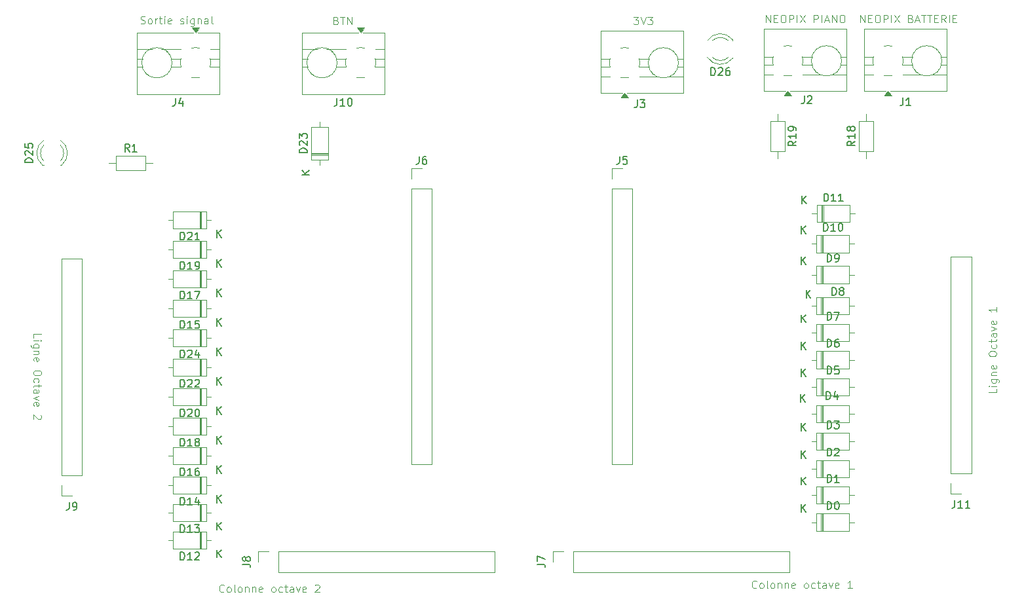
<source format=gbr>
%TF.GenerationSoftware,KiCad,Pcbnew,8.0.8*%
%TF.CreationDate,2025-03-04T16:09:32+01:00*%
%TF.ProjectId,PCB Symphonie,50434220-5379-46d7-9068-6f6e69652e6b,rev?*%
%TF.SameCoordinates,Original*%
%TF.FileFunction,Legend,Top*%
%TF.FilePolarity,Positive*%
%FSLAX46Y46*%
G04 Gerber Fmt 4.6, Leading zero omitted, Abs format (unit mm)*
G04 Created by KiCad (PCBNEW 8.0.8) date 2025-03-04 16:09:32*
%MOMM*%
%LPD*%
G01*
G04 APERTURE LIST*
%ADD10C,0.100000*%
%ADD11C,0.150000*%
%ADD12C,0.120000*%
G04 APERTURE END LIST*
D10*
X146052265Y-35806856D02*
X146195122Y-35854475D01*
X146195122Y-35854475D02*
X146433217Y-35854475D01*
X146433217Y-35854475D02*
X146528455Y-35806856D01*
X146528455Y-35806856D02*
X146576074Y-35759236D01*
X146576074Y-35759236D02*
X146623693Y-35663998D01*
X146623693Y-35663998D02*
X146623693Y-35568760D01*
X146623693Y-35568760D02*
X146576074Y-35473522D01*
X146576074Y-35473522D02*
X146528455Y-35425903D01*
X146528455Y-35425903D02*
X146433217Y-35378284D01*
X146433217Y-35378284D02*
X146242741Y-35330665D01*
X146242741Y-35330665D02*
X146147503Y-35283046D01*
X146147503Y-35283046D02*
X146099884Y-35235427D01*
X146099884Y-35235427D02*
X146052265Y-35140189D01*
X146052265Y-35140189D02*
X146052265Y-35044951D01*
X146052265Y-35044951D02*
X146099884Y-34949713D01*
X146099884Y-34949713D02*
X146147503Y-34902094D01*
X146147503Y-34902094D02*
X146242741Y-34854475D01*
X146242741Y-34854475D02*
X146480836Y-34854475D01*
X146480836Y-34854475D02*
X146623693Y-34902094D01*
X147195122Y-35854475D02*
X147099884Y-35806856D01*
X147099884Y-35806856D02*
X147052265Y-35759236D01*
X147052265Y-35759236D02*
X147004646Y-35663998D01*
X147004646Y-35663998D02*
X147004646Y-35378284D01*
X147004646Y-35378284D02*
X147052265Y-35283046D01*
X147052265Y-35283046D02*
X147099884Y-35235427D01*
X147099884Y-35235427D02*
X147195122Y-35187808D01*
X147195122Y-35187808D02*
X147337979Y-35187808D01*
X147337979Y-35187808D02*
X147433217Y-35235427D01*
X147433217Y-35235427D02*
X147480836Y-35283046D01*
X147480836Y-35283046D02*
X147528455Y-35378284D01*
X147528455Y-35378284D02*
X147528455Y-35663998D01*
X147528455Y-35663998D02*
X147480836Y-35759236D01*
X147480836Y-35759236D02*
X147433217Y-35806856D01*
X147433217Y-35806856D02*
X147337979Y-35854475D01*
X147337979Y-35854475D02*
X147195122Y-35854475D01*
X147957027Y-35854475D02*
X147957027Y-35187808D01*
X147957027Y-35378284D02*
X148004646Y-35283046D01*
X148004646Y-35283046D02*
X148052265Y-35235427D01*
X148052265Y-35235427D02*
X148147503Y-35187808D01*
X148147503Y-35187808D02*
X148242741Y-35187808D01*
X148433218Y-35187808D02*
X148814170Y-35187808D01*
X148576075Y-34854475D02*
X148576075Y-35711617D01*
X148576075Y-35711617D02*
X148623694Y-35806856D01*
X148623694Y-35806856D02*
X148718932Y-35854475D01*
X148718932Y-35854475D02*
X148814170Y-35854475D01*
X149147504Y-35854475D02*
X149147504Y-35187808D01*
X149147504Y-34854475D02*
X149099885Y-34902094D01*
X149099885Y-34902094D02*
X149147504Y-34949713D01*
X149147504Y-34949713D02*
X149195123Y-34902094D01*
X149195123Y-34902094D02*
X149147504Y-34854475D01*
X149147504Y-34854475D02*
X149147504Y-34949713D01*
X150004646Y-35806856D02*
X149909408Y-35854475D01*
X149909408Y-35854475D02*
X149718932Y-35854475D01*
X149718932Y-35854475D02*
X149623694Y-35806856D01*
X149623694Y-35806856D02*
X149576075Y-35711617D01*
X149576075Y-35711617D02*
X149576075Y-35330665D01*
X149576075Y-35330665D02*
X149623694Y-35235427D01*
X149623694Y-35235427D02*
X149718932Y-35187808D01*
X149718932Y-35187808D02*
X149909408Y-35187808D01*
X149909408Y-35187808D02*
X150004646Y-35235427D01*
X150004646Y-35235427D02*
X150052265Y-35330665D01*
X150052265Y-35330665D02*
X150052265Y-35425903D01*
X150052265Y-35425903D02*
X149576075Y-35521141D01*
X151195123Y-35806856D02*
X151290361Y-35854475D01*
X151290361Y-35854475D02*
X151480837Y-35854475D01*
X151480837Y-35854475D02*
X151576075Y-35806856D01*
X151576075Y-35806856D02*
X151623694Y-35711617D01*
X151623694Y-35711617D02*
X151623694Y-35663998D01*
X151623694Y-35663998D02*
X151576075Y-35568760D01*
X151576075Y-35568760D02*
X151480837Y-35521141D01*
X151480837Y-35521141D02*
X151337980Y-35521141D01*
X151337980Y-35521141D02*
X151242742Y-35473522D01*
X151242742Y-35473522D02*
X151195123Y-35378284D01*
X151195123Y-35378284D02*
X151195123Y-35330665D01*
X151195123Y-35330665D02*
X151242742Y-35235427D01*
X151242742Y-35235427D02*
X151337980Y-35187808D01*
X151337980Y-35187808D02*
X151480837Y-35187808D01*
X151480837Y-35187808D02*
X151576075Y-35235427D01*
X152052266Y-35854475D02*
X152052266Y-35187808D01*
X152052266Y-34854475D02*
X152004647Y-34902094D01*
X152004647Y-34902094D02*
X152052266Y-34949713D01*
X152052266Y-34949713D02*
X152099885Y-34902094D01*
X152099885Y-34902094D02*
X152052266Y-34854475D01*
X152052266Y-34854475D02*
X152052266Y-34949713D01*
X152957027Y-35187808D02*
X152957027Y-35997332D01*
X152957027Y-35997332D02*
X152909408Y-36092570D01*
X152909408Y-36092570D02*
X152861789Y-36140189D01*
X152861789Y-36140189D02*
X152766551Y-36187808D01*
X152766551Y-36187808D02*
X152623694Y-36187808D01*
X152623694Y-36187808D02*
X152528456Y-36140189D01*
X152957027Y-35806856D02*
X152861789Y-35854475D01*
X152861789Y-35854475D02*
X152671313Y-35854475D01*
X152671313Y-35854475D02*
X152576075Y-35806856D01*
X152576075Y-35806856D02*
X152528456Y-35759236D01*
X152528456Y-35759236D02*
X152480837Y-35663998D01*
X152480837Y-35663998D02*
X152480837Y-35378284D01*
X152480837Y-35378284D02*
X152528456Y-35283046D01*
X152528456Y-35283046D02*
X152576075Y-35235427D01*
X152576075Y-35235427D02*
X152671313Y-35187808D01*
X152671313Y-35187808D02*
X152861789Y-35187808D01*
X152861789Y-35187808D02*
X152957027Y-35235427D01*
X153433218Y-35187808D02*
X153433218Y-35854475D01*
X153433218Y-35283046D02*
X153480837Y-35235427D01*
X153480837Y-35235427D02*
X153576075Y-35187808D01*
X153576075Y-35187808D02*
X153718932Y-35187808D01*
X153718932Y-35187808D02*
X153814170Y-35235427D01*
X153814170Y-35235427D02*
X153861789Y-35330665D01*
X153861789Y-35330665D02*
X153861789Y-35854475D01*
X154766551Y-35854475D02*
X154766551Y-35330665D01*
X154766551Y-35330665D02*
X154718932Y-35235427D01*
X154718932Y-35235427D02*
X154623694Y-35187808D01*
X154623694Y-35187808D02*
X154433218Y-35187808D01*
X154433218Y-35187808D02*
X154337980Y-35235427D01*
X154766551Y-35806856D02*
X154671313Y-35854475D01*
X154671313Y-35854475D02*
X154433218Y-35854475D01*
X154433218Y-35854475D02*
X154337980Y-35806856D01*
X154337980Y-35806856D02*
X154290361Y-35711617D01*
X154290361Y-35711617D02*
X154290361Y-35616379D01*
X154290361Y-35616379D02*
X154337980Y-35521141D01*
X154337980Y-35521141D02*
X154433218Y-35473522D01*
X154433218Y-35473522D02*
X154671313Y-35473522D01*
X154671313Y-35473522D02*
X154766551Y-35425903D01*
X155385599Y-35854475D02*
X155290361Y-35806856D01*
X155290361Y-35806856D02*
X155242742Y-35711617D01*
X155242742Y-35711617D02*
X155242742Y-34854475D01*
X226871884Y-35686419D02*
X226871884Y-34686419D01*
X226871884Y-34686419D02*
X227443312Y-35686419D01*
X227443312Y-35686419D02*
X227443312Y-34686419D01*
X227919503Y-35162609D02*
X228252836Y-35162609D01*
X228395693Y-35686419D02*
X227919503Y-35686419D01*
X227919503Y-35686419D02*
X227919503Y-34686419D01*
X227919503Y-34686419D02*
X228395693Y-34686419D01*
X229014741Y-34686419D02*
X229205217Y-34686419D01*
X229205217Y-34686419D02*
X229300455Y-34734038D01*
X229300455Y-34734038D02*
X229395693Y-34829276D01*
X229395693Y-34829276D02*
X229443312Y-35019752D01*
X229443312Y-35019752D02*
X229443312Y-35353085D01*
X229443312Y-35353085D02*
X229395693Y-35543561D01*
X229395693Y-35543561D02*
X229300455Y-35638800D01*
X229300455Y-35638800D02*
X229205217Y-35686419D01*
X229205217Y-35686419D02*
X229014741Y-35686419D01*
X229014741Y-35686419D02*
X228919503Y-35638800D01*
X228919503Y-35638800D02*
X228824265Y-35543561D01*
X228824265Y-35543561D02*
X228776646Y-35353085D01*
X228776646Y-35353085D02*
X228776646Y-35019752D01*
X228776646Y-35019752D02*
X228824265Y-34829276D01*
X228824265Y-34829276D02*
X228919503Y-34734038D01*
X228919503Y-34734038D02*
X229014741Y-34686419D01*
X229871884Y-35686419D02*
X229871884Y-34686419D01*
X229871884Y-34686419D02*
X230252836Y-34686419D01*
X230252836Y-34686419D02*
X230348074Y-34734038D01*
X230348074Y-34734038D02*
X230395693Y-34781657D01*
X230395693Y-34781657D02*
X230443312Y-34876895D01*
X230443312Y-34876895D02*
X230443312Y-35019752D01*
X230443312Y-35019752D02*
X230395693Y-35114990D01*
X230395693Y-35114990D02*
X230348074Y-35162609D01*
X230348074Y-35162609D02*
X230252836Y-35210228D01*
X230252836Y-35210228D02*
X229871884Y-35210228D01*
X230871884Y-35686419D02*
X230871884Y-34686419D01*
X231252836Y-34686419D02*
X231919502Y-35686419D01*
X231919502Y-34686419D02*
X231252836Y-35686419D01*
X233062360Y-35686419D02*
X233062360Y-34686419D01*
X233062360Y-34686419D02*
X233443312Y-34686419D01*
X233443312Y-34686419D02*
X233538550Y-34734038D01*
X233538550Y-34734038D02*
X233586169Y-34781657D01*
X233586169Y-34781657D02*
X233633788Y-34876895D01*
X233633788Y-34876895D02*
X233633788Y-35019752D01*
X233633788Y-35019752D02*
X233586169Y-35114990D01*
X233586169Y-35114990D02*
X233538550Y-35162609D01*
X233538550Y-35162609D02*
X233443312Y-35210228D01*
X233443312Y-35210228D02*
X233062360Y-35210228D01*
X234062360Y-35686419D02*
X234062360Y-34686419D01*
X234490931Y-35400704D02*
X234967121Y-35400704D01*
X234395693Y-35686419D02*
X234729026Y-34686419D01*
X234729026Y-34686419D02*
X235062359Y-35686419D01*
X235395693Y-35686419D02*
X235395693Y-34686419D01*
X235395693Y-34686419D02*
X235967121Y-35686419D01*
X235967121Y-35686419D02*
X235967121Y-34686419D01*
X236633788Y-34686419D02*
X236824264Y-34686419D01*
X236824264Y-34686419D02*
X236919502Y-34734038D01*
X236919502Y-34734038D02*
X237014740Y-34829276D01*
X237014740Y-34829276D02*
X237062359Y-35019752D01*
X237062359Y-35019752D02*
X237062359Y-35353085D01*
X237062359Y-35353085D02*
X237014740Y-35543561D01*
X237014740Y-35543561D02*
X236919502Y-35638800D01*
X236919502Y-35638800D02*
X236824264Y-35686419D01*
X236824264Y-35686419D02*
X236633788Y-35686419D01*
X236633788Y-35686419D02*
X236538550Y-35638800D01*
X236538550Y-35638800D02*
X236443312Y-35543561D01*
X236443312Y-35543561D02*
X236395693Y-35353085D01*
X236395693Y-35353085D02*
X236395693Y-35019752D01*
X236395693Y-35019752D02*
X236443312Y-34829276D01*
X236443312Y-34829276D02*
X236538550Y-34734038D01*
X236538550Y-34734038D02*
X236633788Y-34686419D01*
X132207580Y-76472074D02*
X132207580Y-75995884D01*
X132207580Y-75995884D02*
X133207580Y-75995884D01*
X132207580Y-76805408D02*
X132874247Y-76805408D01*
X133207580Y-76805408D02*
X133159961Y-76757789D01*
X133159961Y-76757789D02*
X133112342Y-76805408D01*
X133112342Y-76805408D02*
X133159961Y-76853027D01*
X133159961Y-76853027D02*
X133207580Y-76805408D01*
X133207580Y-76805408D02*
X133112342Y-76805408D01*
X132874247Y-77710169D02*
X132064723Y-77710169D01*
X132064723Y-77710169D02*
X131969485Y-77662550D01*
X131969485Y-77662550D02*
X131921866Y-77614931D01*
X131921866Y-77614931D02*
X131874247Y-77519693D01*
X131874247Y-77519693D02*
X131874247Y-77376836D01*
X131874247Y-77376836D02*
X131921866Y-77281598D01*
X132255200Y-77710169D02*
X132207580Y-77614931D01*
X132207580Y-77614931D02*
X132207580Y-77424455D01*
X132207580Y-77424455D02*
X132255200Y-77329217D01*
X132255200Y-77329217D02*
X132302819Y-77281598D01*
X132302819Y-77281598D02*
X132398057Y-77233979D01*
X132398057Y-77233979D02*
X132683771Y-77233979D01*
X132683771Y-77233979D02*
X132779009Y-77281598D01*
X132779009Y-77281598D02*
X132826628Y-77329217D01*
X132826628Y-77329217D02*
X132874247Y-77424455D01*
X132874247Y-77424455D02*
X132874247Y-77614931D01*
X132874247Y-77614931D02*
X132826628Y-77710169D01*
X132874247Y-78186360D02*
X132207580Y-78186360D01*
X132779009Y-78186360D02*
X132826628Y-78233979D01*
X132826628Y-78233979D02*
X132874247Y-78329217D01*
X132874247Y-78329217D02*
X132874247Y-78472074D01*
X132874247Y-78472074D02*
X132826628Y-78567312D01*
X132826628Y-78567312D02*
X132731390Y-78614931D01*
X132731390Y-78614931D02*
X132207580Y-78614931D01*
X132255200Y-79472074D02*
X132207580Y-79376836D01*
X132207580Y-79376836D02*
X132207580Y-79186360D01*
X132207580Y-79186360D02*
X132255200Y-79091122D01*
X132255200Y-79091122D02*
X132350438Y-79043503D01*
X132350438Y-79043503D02*
X132731390Y-79043503D01*
X132731390Y-79043503D02*
X132826628Y-79091122D01*
X132826628Y-79091122D02*
X132874247Y-79186360D01*
X132874247Y-79186360D02*
X132874247Y-79376836D01*
X132874247Y-79376836D02*
X132826628Y-79472074D01*
X132826628Y-79472074D02*
X132731390Y-79519693D01*
X132731390Y-79519693D02*
X132636152Y-79519693D01*
X132636152Y-79519693D02*
X132540914Y-79043503D01*
X133207580Y-80900646D02*
X133207580Y-81091122D01*
X133207580Y-81091122D02*
X133159961Y-81186360D01*
X133159961Y-81186360D02*
X133064723Y-81281598D01*
X133064723Y-81281598D02*
X132874247Y-81329217D01*
X132874247Y-81329217D02*
X132540914Y-81329217D01*
X132540914Y-81329217D02*
X132350438Y-81281598D01*
X132350438Y-81281598D02*
X132255200Y-81186360D01*
X132255200Y-81186360D02*
X132207580Y-81091122D01*
X132207580Y-81091122D02*
X132207580Y-80900646D01*
X132207580Y-80900646D02*
X132255200Y-80805408D01*
X132255200Y-80805408D02*
X132350438Y-80710170D01*
X132350438Y-80710170D02*
X132540914Y-80662551D01*
X132540914Y-80662551D02*
X132874247Y-80662551D01*
X132874247Y-80662551D02*
X133064723Y-80710170D01*
X133064723Y-80710170D02*
X133159961Y-80805408D01*
X133159961Y-80805408D02*
X133207580Y-80900646D01*
X132255200Y-82186360D02*
X132207580Y-82091122D01*
X132207580Y-82091122D02*
X132207580Y-81900646D01*
X132207580Y-81900646D02*
X132255200Y-81805408D01*
X132255200Y-81805408D02*
X132302819Y-81757789D01*
X132302819Y-81757789D02*
X132398057Y-81710170D01*
X132398057Y-81710170D02*
X132683771Y-81710170D01*
X132683771Y-81710170D02*
X132779009Y-81757789D01*
X132779009Y-81757789D02*
X132826628Y-81805408D01*
X132826628Y-81805408D02*
X132874247Y-81900646D01*
X132874247Y-81900646D02*
X132874247Y-82091122D01*
X132874247Y-82091122D02*
X132826628Y-82186360D01*
X132874247Y-82472075D02*
X132874247Y-82853027D01*
X133207580Y-82614932D02*
X132350438Y-82614932D01*
X132350438Y-82614932D02*
X132255200Y-82662551D01*
X132255200Y-82662551D02*
X132207580Y-82757789D01*
X132207580Y-82757789D02*
X132207580Y-82853027D01*
X132207580Y-83614932D02*
X132731390Y-83614932D01*
X132731390Y-83614932D02*
X132826628Y-83567313D01*
X132826628Y-83567313D02*
X132874247Y-83472075D01*
X132874247Y-83472075D02*
X132874247Y-83281599D01*
X132874247Y-83281599D02*
X132826628Y-83186361D01*
X132255200Y-83614932D02*
X132207580Y-83519694D01*
X132207580Y-83519694D02*
X132207580Y-83281599D01*
X132207580Y-83281599D02*
X132255200Y-83186361D01*
X132255200Y-83186361D02*
X132350438Y-83138742D01*
X132350438Y-83138742D02*
X132445676Y-83138742D01*
X132445676Y-83138742D02*
X132540914Y-83186361D01*
X132540914Y-83186361D02*
X132588533Y-83281599D01*
X132588533Y-83281599D02*
X132588533Y-83519694D01*
X132588533Y-83519694D02*
X132636152Y-83614932D01*
X132874247Y-83995885D02*
X132207580Y-84233980D01*
X132207580Y-84233980D02*
X132874247Y-84472075D01*
X132255200Y-85233980D02*
X132207580Y-85138742D01*
X132207580Y-85138742D02*
X132207580Y-84948266D01*
X132207580Y-84948266D02*
X132255200Y-84853028D01*
X132255200Y-84853028D02*
X132350438Y-84805409D01*
X132350438Y-84805409D02*
X132731390Y-84805409D01*
X132731390Y-84805409D02*
X132826628Y-84853028D01*
X132826628Y-84853028D02*
X132874247Y-84948266D01*
X132874247Y-84948266D02*
X132874247Y-85138742D01*
X132874247Y-85138742D02*
X132826628Y-85233980D01*
X132826628Y-85233980D02*
X132731390Y-85281599D01*
X132731390Y-85281599D02*
X132636152Y-85281599D01*
X132636152Y-85281599D02*
X132540914Y-84805409D01*
X133112342Y-86424457D02*
X133159961Y-86472076D01*
X133159961Y-86472076D02*
X133207580Y-86567314D01*
X133207580Y-86567314D02*
X133207580Y-86805409D01*
X133207580Y-86805409D02*
X133159961Y-86900647D01*
X133159961Y-86900647D02*
X133112342Y-86948266D01*
X133112342Y-86948266D02*
X133017104Y-86995885D01*
X133017104Y-86995885D02*
X132921866Y-86995885D01*
X132921866Y-86995885D02*
X132779009Y-86948266D01*
X132779009Y-86948266D02*
X132207580Y-86376838D01*
X132207580Y-86376838D02*
X132207580Y-86995885D01*
X256666419Y-83039925D02*
X256666419Y-83516115D01*
X256666419Y-83516115D02*
X255666419Y-83516115D01*
X256666419Y-82706591D02*
X255999752Y-82706591D01*
X255666419Y-82706591D02*
X255714038Y-82754210D01*
X255714038Y-82754210D02*
X255761657Y-82706591D01*
X255761657Y-82706591D02*
X255714038Y-82658972D01*
X255714038Y-82658972D02*
X255666419Y-82706591D01*
X255666419Y-82706591D02*
X255761657Y-82706591D01*
X255999752Y-81801830D02*
X256809276Y-81801830D01*
X256809276Y-81801830D02*
X256904514Y-81849449D01*
X256904514Y-81849449D02*
X256952133Y-81897068D01*
X256952133Y-81897068D02*
X256999752Y-81992306D01*
X256999752Y-81992306D02*
X256999752Y-82135163D01*
X256999752Y-82135163D02*
X256952133Y-82230401D01*
X256618800Y-81801830D02*
X256666419Y-81897068D01*
X256666419Y-81897068D02*
X256666419Y-82087544D01*
X256666419Y-82087544D02*
X256618800Y-82182782D01*
X256618800Y-82182782D02*
X256571180Y-82230401D01*
X256571180Y-82230401D02*
X256475942Y-82278020D01*
X256475942Y-82278020D02*
X256190228Y-82278020D01*
X256190228Y-82278020D02*
X256094990Y-82230401D01*
X256094990Y-82230401D02*
X256047371Y-82182782D01*
X256047371Y-82182782D02*
X255999752Y-82087544D01*
X255999752Y-82087544D02*
X255999752Y-81897068D01*
X255999752Y-81897068D02*
X256047371Y-81801830D01*
X255999752Y-81325639D02*
X256666419Y-81325639D01*
X256094990Y-81325639D02*
X256047371Y-81278020D01*
X256047371Y-81278020D02*
X255999752Y-81182782D01*
X255999752Y-81182782D02*
X255999752Y-81039925D01*
X255999752Y-81039925D02*
X256047371Y-80944687D01*
X256047371Y-80944687D02*
X256142609Y-80897068D01*
X256142609Y-80897068D02*
X256666419Y-80897068D01*
X256618800Y-80039925D02*
X256666419Y-80135163D01*
X256666419Y-80135163D02*
X256666419Y-80325639D01*
X256666419Y-80325639D02*
X256618800Y-80420877D01*
X256618800Y-80420877D02*
X256523561Y-80468496D01*
X256523561Y-80468496D02*
X256142609Y-80468496D01*
X256142609Y-80468496D02*
X256047371Y-80420877D01*
X256047371Y-80420877D02*
X255999752Y-80325639D01*
X255999752Y-80325639D02*
X255999752Y-80135163D01*
X255999752Y-80135163D02*
X256047371Y-80039925D01*
X256047371Y-80039925D02*
X256142609Y-79992306D01*
X256142609Y-79992306D02*
X256237847Y-79992306D01*
X256237847Y-79992306D02*
X256333085Y-80468496D01*
X255666419Y-78611353D02*
X255666419Y-78420877D01*
X255666419Y-78420877D02*
X255714038Y-78325639D01*
X255714038Y-78325639D02*
X255809276Y-78230401D01*
X255809276Y-78230401D02*
X255999752Y-78182782D01*
X255999752Y-78182782D02*
X256333085Y-78182782D01*
X256333085Y-78182782D02*
X256523561Y-78230401D01*
X256523561Y-78230401D02*
X256618800Y-78325639D01*
X256618800Y-78325639D02*
X256666419Y-78420877D01*
X256666419Y-78420877D02*
X256666419Y-78611353D01*
X256666419Y-78611353D02*
X256618800Y-78706591D01*
X256618800Y-78706591D02*
X256523561Y-78801829D01*
X256523561Y-78801829D02*
X256333085Y-78849448D01*
X256333085Y-78849448D02*
X255999752Y-78849448D01*
X255999752Y-78849448D02*
X255809276Y-78801829D01*
X255809276Y-78801829D02*
X255714038Y-78706591D01*
X255714038Y-78706591D02*
X255666419Y-78611353D01*
X256618800Y-77325639D02*
X256666419Y-77420877D01*
X256666419Y-77420877D02*
X256666419Y-77611353D01*
X256666419Y-77611353D02*
X256618800Y-77706591D01*
X256618800Y-77706591D02*
X256571180Y-77754210D01*
X256571180Y-77754210D02*
X256475942Y-77801829D01*
X256475942Y-77801829D02*
X256190228Y-77801829D01*
X256190228Y-77801829D02*
X256094990Y-77754210D01*
X256094990Y-77754210D02*
X256047371Y-77706591D01*
X256047371Y-77706591D02*
X255999752Y-77611353D01*
X255999752Y-77611353D02*
X255999752Y-77420877D01*
X255999752Y-77420877D02*
X256047371Y-77325639D01*
X255999752Y-77039924D02*
X255999752Y-76658972D01*
X255666419Y-76897067D02*
X256523561Y-76897067D01*
X256523561Y-76897067D02*
X256618800Y-76849448D01*
X256618800Y-76849448D02*
X256666419Y-76754210D01*
X256666419Y-76754210D02*
X256666419Y-76658972D01*
X256666419Y-75897067D02*
X256142609Y-75897067D01*
X256142609Y-75897067D02*
X256047371Y-75944686D01*
X256047371Y-75944686D02*
X255999752Y-76039924D01*
X255999752Y-76039924D02*
X255999752Y-76230400D01*
X255999752Y-76230400D02*
X256047371Y-76325638D01*
X256618800Y-75897067D02*
X256666419Y-75992305D01*
X256666419Y-75992305D02*
X256666419Y-76230400D01*
X256666419Y-76230400D02*
X256618800Y-76325638D01*
X256618800Y-76325638D02*
X256523561Y-76373257D01*
X256523561Y-76373257D02*
X256428323Y-76373257D01*
X256428323Y-76373257D02*
X256333085Y-76325638D01*
X256333085Y-76325638D02*
X256285466Y-76230400D01*
X256285466Y-76230400D02*
X256285466Y-75992305D01*
X256285466Y-75992305D02*
X256237847Y-75897067D01*
X255999752Y-75516114D02*
X256666419Y-75278019D01*
X256666419Y-75278019D02*
X255999752Y-75039924D01*
X256618800Y-74278019D02*
X256666419Y-74373257D01*
X256666419Y-74373257D02*
X256666419Y-74563733D01*
X256666419Y-74563733D02*
X256618800Y-74658971D01*
X256618800Y-74658971D02*
X256523561Y-74706590D01*
X256523561Y-74706590D02*
X256142609Y-74706590D01*
X256142609Y-74706590D02*
X256047371Y-74658971D01*
X256047371Y-74658971D02*
X255999752Y-74563733D01*
X255999752Y-74563733D02*
X255999752Y-74373257D01*
X255999752Y-74373257D02*
X256047371Y-74278019D01*
X256047371Y-74278019D02*
X256142609Y-74230400D01*
X256142609Y-74230400D02*
X256237847Y-74230400D01*
X256237847Y-74230400D02*
X256333085Y-74706590D01*
X256666419Y-72516114D02*
X256666419Y-73087542D01*
X256666419Y-72801828D02*
X255666419Y-72801828D01*
X255666419Y-72801828D02*
X255809276Y-72897066D01*
X255809276Y-72897066D02*
X255904514Y-72992304D01*
X255904514Y-72992304D02*
X255952133Y-73087542D01*
X156831312Y-109251180D02*
X156783693Y-109298800D01*
X156783693Y-109298800D02*
X156640836Y-109346419D01*
X156640836Y-109346419D02*
X156545598Y-109346419D01*
X156545598Y-109346419D02*
X156402741Y-109298800D01*
X156402741Y-109298800D02*
X156307503Y-109203561D01*
X156307503Y-109203561D02*
X156259884Y-109108323D01*
X156259884Y-109108323D02*
X156212265Y-108917847D01*
X156212265Y-108917847D02*
X156212265Y-108774990D01*
X156212265Y-108774990D02*
X156259884Y-108584514D01*
X156259884Y-108584514D02*
X156307503Y-108489276D01*
X156307503Y-108489276D02*
X156402741Y-108394038D01*
X156402741Y-108394038D02*
X156545598Y-108346419D01*
X156545598Y-108346419D02*
X156640836Y-108346419D01*
X156640836Y-108346419D02*
X156783693Y-108394038D01*
X156783693Y-108394038D02*
X156831312Y-108441657D01*
X157402741Y-109346419D02*
X157307503Y-109298800D01*
X157307503Y-109298800D02*
X157259884Y-109251180D01*
X157259884Y-109251180D02*
X157212265Y-109155942D01*
X157212265Y-109155942D02*
X157212265Y-108870228D01*
X157212265Y-108870228D02*
X157259884Y-108774990D01*
X157259884Y-108774990D02*
X157307503Y-108727371D01*
X157307503Y-108727371D02*
X157402741Y-108679752D01*
X157402741Y-108679752D02*
X157545598Y-108679752D01*
X157545598Y-108679752D02*
X157640836Y-108727371D01*
X157640836Y-108727371D02*
X157688455Y-108774990D01*
X157688455Y-108774990D02*
X157736074Y-108870228D01*
X157736074Y-108870228D02*
X157736074Y-109155942D01*
X157736074Y-109155942D02*
X157688455Y-109251180D01*
X157688455Y-109251180D02*
X157640836Y-109298800D01*
X157640836Y-109298800D02*
X157545598Y-109346419D01*
X157545598Y-109346419D02*
X157402741Y-109346419D01*
X158307503Y-109346419D02*
X158212265Y-109298800D01*
X158212265Y-109298800D02*
X158164646Y-109203561D01*
X158164646Y-109203561D02*
X158164646Y-108346419D01*
X158831313Y-109346419D02*
X158736075Y-109298800D01*
X158736075Y-109298800D02*
X158688456Y-109251180D01*
X158688456Y-109251180D02*
X158640837Y-109155942D01*
X158640837Y-109155942D02*
X158640837Y-108870228D01*
X158640837Y-108870228D02*
X158688456Y-108774990D01*
X158688456Y-108774990D02*
X158736075Y-108727371D01*
X158736075Y-108727371D02*
X158831313Y-108679752D01*
X158831313Y-108679752D02*
X158974170Y-108679752D01*
X158974170Y-108679752D02*
X159069408Y-108727371D01*
X159069408Y-108727371D02*
X159117027Y-108774990D01*
X159117027Y-108774990D02*
X159164646Y-108870228D01*
X159164646Y-108870228D02*
X159164646Y-109155942D01*
X159164646Y-109155942D02*
X159117027Y-109251180D01*
X159117027Y-109251180D02*
X159069408Y-109298800D01*
X159069408Y-109298800D02*
X158974170Y-109346419D01*
X158974170Y-109346419D02*
X158831313Y-109346419D01*
X159593218Y-108679752D02*
X159593218Y-109346419D01*
X159593218Y-108774990D02*
X159640837Y-108727371D01*
X159640837Y-108727371D02*
X159736075Y-108679752D01*
X159736075Y-108679752D02*
X159878932Y-108679752D01*
X159878932Y-108679752D02*
X159974170Y-108727371D01*
X159974170Y-108727371D02*
X160021789Y-108822609D01*
X160021789Y-108822609D02*
X160021789Y-109346419D01*
X160497980Y-108679752D02*
X160497980Y-109346419D01*
X160497980Y-108774990D02*
X160545599Y-108727371D01*
X160545599Y-108727371D02*
X160640837Y-108679752D01*
X160640837Y-108679752D02*
X160783694Y-108679752D01*
X160783694Y-108679752D02*
X160878932Y-108727371D01*
X160878932Y-108727371D02*
X160926551Y-108822609D01*
X160926551Y-108822609D02*
X160926551Y-109346419D01*
X161783694Y-109298800D02*
X161688456Y-109346419D01*
X161688456Y-109346419D02*
X161497980Y-109346419D01*
X161497980Y-109346419D02*
X161402742Y-109298800D01*
X161402742Y-109298800D02*
X161355123Y-109203561D01*
X161355123Y-109203561D02*
X161355123Y-108822609D01*
X161355123Y-108822609D02*
X161402742Y-108727371D01*
X161402742Y-108727371D02*
X161497980Y-108679752D01*
X161497980Y-108679752D02*
X161688456Y-108679752D01*
X161688456Y-108679752D02*
X161783694Y-108727371D01*
X161783694Y-108727371D02*
X161831313Y-108822609D01*
X161831313Y-108822609D02*
X161831313Y-108917847D01*
X161831313Y-108917847D02*
X161355123Y-109013085D01*
X163164647Y-109346419D02*
X163069409Y-109298800D01*
X163069409Y-109298800D02*
X163021790Y-109251180D01*
X163021790Y-109251180D02*
X162974171Y-109155942D01*
X162974171Y-109155942D02*
X162974171Y-108870228D01*
X162974171Y-108870228D02*
X163021790Y-108774990D01*
X163021790Y-108774990D02*
X163069409Y-108727371D01*
X163069409Y-108727371D02*
X163164647Y-108679752D01*
X163164647Y-108679752D02*
X163307504Y-108679752D01*
X163307504Y-108679752D02*
X163402742Y-108727371D01*
X163402742Y-108727371D02*
X163450361Y-108774990D01*
X163450361Y-108774990D02*
X163497980Y-108870228D01*
X163497980Y-108870228D02*
X163497980Y-109155942D01*
X163497980Y-109155942D02*
X163450361Y-109251180D01*
X163450361Y-109251180D02*
X163402742Y-109298800D01*
X163402742Y-109298800D02*
X163307504Y-109346419D01*
X163307504Y-109346419D02*
X163164647Y-109346419D01*
X164355123Y-109298800D02*
X164259885Y-109346419D01*
X164259885Y-109346419D02*
X164069409Y-109346419D01*
X164069409Y-109346419D02*
X163974171Y-109298800D01*
X163974171Y-109298800D02*
X163926552Y-109251180D01*
X163926552Y-109251180D02*
X163878933Y-109155942D01*
X163878933Y-109155942D02*
X163878933Y-108870228D01*
X163878933Y-108870228D02*
X163926552Y-108774990D01*
X163926552Y-108774990D02*
X163974171Y-108727371D01*
X163974171Y-108727371D02*
X164069409Y-108679752D01*
X164069409Y-108679752D02*
X164259885Y-108679752D01*
X164259885Y-108679752D02*
X164355123Y-108727371D01*
X164640838Y-108679752D02*
X165021790Y-108679752D01*
X164783695Y-108346419D02*
X164783695Y-109203561D01*
X164783695Y-109203561D02*
X164831314Y-109298800D01*
X164831314Y-109298800D02*
X164926552Y-109346419D01*
X164926552Y-109346419D02*
X165021790Y-109346419D01*
X165783695Y-109346419D02*
X165783695Y-108822609D01*
X165783695Y-108822609D02*
X165736076Y-108727371D01*
X165736076Y-108727371D02*
X165640838Y-108679752D01*
X165640838Y-108679752D02*
X165450362Y-108679752D01*
X165450362Y-108679752D02*
X165355124Y-108727371D01*
X165783695Y-109298800D02*
X165688457Y-109346419D01*
X165688457Y-109346419D02*
X165450362Y-109346419D01*
X165450362Y-109346419D02*
X165355124Y-109298800D01*
X165355124Y-109298800D02*
X165307505Y-109203561D01*
X165307505Y-109203561D02*
X165307505Y-109108323D01*
X165307505Y-109108323D02*
X165355124Y-109013085D01*
X165355124Y-109013085D02*
X165450362Y-108965466D01*
X165450362Y-108965466D02*
X165688457Y-108965466D01*
X165688457Y-108965466D02*
X165783695Y-108917847D01*
X166164648Y-108679752D02*
X166402743Y-109346419D01*
X166402743Y-109346419D02*
X166640838Y-108679752D01*
X167402743Y-109298800D02*
X167307505Y-109346419D01*
X167307505Y-109346419D02*
X167117029Y-109346419D01*
X167117029Y-109346419D02*
X167021791Y-109298800D01*
X167021791Y-109298800D02*
X166974172Y-109203561D01*
X166974172Y-109203561D02*
X166974172Y-108822609D01*
X166974172Y-108822609D02*
X167021791Y-108727371D01*
X167021791Y-108727371D02*
X167117029Y-108679752D01*
X167117029Y-108679752D02*
X167307505Y-108679752D01*
X167307505Y-108679752D02*
X167402743Y-108727371D01*
X167402743Y-108727371D02*
X167450362Y-108822609D01*
X167450362Y-108822609D02*
X167450362Y-108917847D01*
X167450362Y-108917847D02*
X166974172Y-109013085D01*
X168593220Y-108441657D02*
X168640839Y-108394038D01*
X168640839Y-108394038D02*
X168736077Y-108346419D01*
X168736077Y-108346419D02*
X168974172Y-108346419D01*
X168974172Y-108346419D02*
X169069410Y-108394038D01*
X169069410Y-108394038D02*
X169117029Y-108441657D01*
X169117029Y-108441657D02*
X169164648Y-108536895D01*
X169164648Y-108536895D02*
X169164648Y-108632133D01*
X169164648Y-108632133D02*
X169117029Y-108774990D01*
X169117029Y-108774990D02*
X168545601Y-109346419D01*
X168545601Y-109346419D02*
X169164648Y-109346419D01*
X209758646Y-34940419D02*
X210377693Y-34940419D01*
X210377693Y-34940419D02*
X210044360Y-35321371D01*
X210044360Y-35321371D02*
X210187217Y-35321371D01*
X210187217Y-35321371D02*
X210282455Y-35368990D01*
X210282455Y-35368990D02*
X210330074Y-35416609D01*
X210330074Y-35416609D02*
X210377693Y-35511847D01*
X210377693Y-35511847D02*
X210377693Y-35749942D01*
X210377693Y-35749942D02*
X210330074Y-35845180D01*
X210330074Y-35845180D02*
X210282455Y-35892800D01*
X210282455Y-35892800D02*
X210187217Y-35940419D01*
X210187217Y-35940419D02*
X209901503Y-35940419D01*
X209901503Y-35940419D02*
X209806265Y-35892800D01*
X209806265Y-35892800D02*
X209758646Y-35845180D01*
X210663408Y-34940419D02*
X210996741Y-35940419D01*
X210996741Y-35940419D02*
X211330074Y-34940419D01*
X211568170Y-34940419D02*
X212187217Y-34940419D01*
X212187217Y-34940419D02*
X211853884Y-35321371D01*
X211853884Y-35321371D02*
X211996741Y-35321371D01*
X211996741Y-35321371D02*
X212091979Y-35368990D01*
X212091979Y-35368990D02*
X212139598Y-35416609D01*
X212139598Y-35416609D02*
X212187217Y-35511847D01*
X212187217Y-35511847D02*
X212187217Y-35749942D01*
X212187217Y-35749942D02*
X212139598Y-35845180D01*
X212139598Y-35845180D02*
X212091979Y-35892800D01*
X212091979Y-35892800D02*
X211996741Y-35940419D01*
X211996741Y-35940419D02*
X211711027Y-35940419D01*
X211711027Y-35940419D02*
X211615789Y-35892800D01*
X211615789Y-35892800D02*
X211568170Y-35845180D01*
X239063884Y-35686419D02*
X239063884Y-34686419D01*
X239063884Y-34686419D02*
X239635312Y-35686419D01*
X239635312Y-35686419D02*
X239635312Y-34686419D01*
X240111503Y-35162609D02*
X240444836Y-35162609D01*
X240587693Y-35686419D02*
X240111503Y-35686419D01*
X240111503Y-35686419D02*
X240111503Y-34686419D01*
X240111503Y-34686419D02*
X240587693Y-34686419D01*
X241206741Y-34686419D02*
X241397217Y-34686419D01*
X241397217Y-34686419D02*
X241492455Y-34734038D01*
X241492455Y-34734038D02*
X241587693Y-34829276D01*
X241587693Y-34829276D02*
X241635312Y-35019752D01*
X241635312Y-35019752D02*
X241635312Y-35353085D01*
X241635312Y-35353085D02*
X241587693Y-35543561D01*
X241587693Y-35543561D02*
X241492455Y-35638800D01*
X241492455Y-35638800D02*
X241397217Y-35686419D01*
X241397217Y-35686419D02*
X241206741Y-35686419D01*
X241206741Y-35686419D02*
X241111503Y-35638800D01*
X241111503Y-35638800D02*
X241016265Y-35543561D01*
X241016265Y-35543561D02*
X240968646Y-35353085D01*
X240968646Y-35353085D02*
X240968646Y-35019752D01*
X240968646Y-35019752D02*
X241016265Y-34829276D01*
X241016265Y-34829276D02*
X241111503Y-34734038D01*
X241111503Y-34734038D02*
X241206741Y-34686419D01*
X242063884Y-35686419D02*
X242063884Y-34686419D01*
X242063884Y-34686419D02*
X242444836Y-34686419D01*
X242444836Y-34686419D02*
X242540074Y-34734038D01*
X242540074Y-34734038D02*
X242587693Y-34781657D01*
X242587693Y-34781657D02*
X242635312Y-34876895D01*
X242635312Y-34876895D02*
X242635312Y-35019752D01*
X242635312Y-35019752D02*
X242587693Y-35114990D01*
X242587693Y-35114990D02*
X242540074Y-35162609D01*
X242540074Y-35162609D02*
X242444836Y-35210228D01*
X242444836Y-35210228D02*
X242063884Y-35210228D01*
X243063884Y-35686419D02*
X243063884Y-34686419D01*
X243444836Y-34686419D02*
X244111502Y-35686419D01*
X244111502Y-34686419D02*
X243444836Y-35686419D01*
X245587693Y-35162609D02*
X245730550Y-35210228D01*
X245730550Y-35210228D02*
X245778169Y-35257847D01*
X245778169Y-35257847D02*
X245825788Y-35353085D01*
X245825788Y-35353085D02*
X245825788Y-35495942D01*
X245825788Y-35495942D02*
X245778169Y-35591180D01*
X245778169Y-35591180D02*
X245730550Y-35638800D01*
X245730550Y-35638800D02*
X245635312Y-35686419D01*
X245635312Y-35686419D02*
X245254360Y-35686419D01*
X245254360Y-35686419D02*
X245254360Y-34686419D01*
X245254360Y-34686419D02*
X245587693Y-34686419D01*
X245587693Y-34686419D02*
X245682931Y-34734038D01*
X245682931Y-34734038D02*
X245730550Y-34781657D01*
X245730550Y-34781657D02*
X245778169Y-34876895D01*
X245778169Y-34876895D02*
X245778169Y-34972133D01*
X245778169Y-34972133D02*
X245730550Y-35067371D01*
X245730550Y-35067371D02*
X245682931Y-35114990D01*
X245682931Y-35114990D02*
X245587693Y-35162609D01*
X245587693Y-35162609D02*
X245254360Y-35162609D01*
X246206741Y-35400704D02*
X246682931Y-35400704D01*
X246111503Y-35686419D02*
X246444836Y-34686419D01*
X246444836Y-34686419D02*
X246778169Y-35686419D01*
X246968646Y-34686419D02*
X247540074Y-34686419D01*
X247254360Y-35686419D02*
X247254360Y-34686419D01*
X247730551Y-34686419D02*
X248301979Y-34686419D01*
X248016265Y-35686419D02*
X248016265Y-34686419D01*
X248635313Y-35162609D02*
X248968646Y-35162609D01*
X249111503Y-35686419D02*
X248635313Y-35686419D01*
X248635313Y-35686419D02*
X248635313Y-34686419D01*
X248635313Y-34686419D02*
X249111503Y-34686419D01*
X250111503Y-35686419D02*
X249778170Y-35210228D01*
X249540075Y-35686419D02*
X249540075Y-34686419D01*
X249540075Y-34686419D02*
X249921027Y-34686419D01*
X249921027Y-34686419D02*
X250016265Y-34734038D01*
X250016265Y-34734038D02*
X250063884Y-34781657D01*
X250063884Y-34781657D02*
X250111503Y-34876895D01*
X250111503Y-34876895D02*
X250111503Y-35019752D01*
X250111503Y-35019752D02*
X250063884Y-35114990D01*
X250063884Y-35114990D02*
X250016265Y-35162609D01*
X250016265Y-35162609D02*
X249921027Y-35210228D01*
X249921027Y-35210228D02*
X249540075Y-35210228D01*
X250540075Y-35686419D02*
X250540075Y-34686419D01*
X251016265Y-35162609D02*
X251349598Y-35162609D01*
X251492455Y-35686419D02*
X251016265Y-35686419D01*
X251016265Y-35686419D02*
X251016265Y-34686419D01*
X251016265Y-34686419D02*
X251492455Y-34686419D01*
X171325217Y-35416609D02*
X171468074Y-35464228D01*
X171468074Y-35464228D02*
X171515693Y-35511847D01*
X171515693Y-35511847D02*
X171563312Y-35607085D01*
X171563312Y-35607085D02*
X171563312Y-35749942D01*
X171563312Y-35749942D02*
X171515693Y-35845180D01*
X171515693Y-35845180D02*
X171468074Y-35892800D01*
X171468074Y-35892800D02*
X171372836Y-35940419D01*
X171372836Y-35940419D02*
X170991884Y-35940419D01*
X170991884Y-35940419D02*
X170991884Y-34940419D01*
X170991884Y-34940419D02*
X171325217Y-34940419D01*
X171325217Y-34940419D02*
X171420455Y-34988038D01*
X171420455Y-34988038D02*
X171468074Y-35035657D01*
X171468074Y-35035657D02*
X171515693Y-35130895D01*
X171515693Y-35130895D02*
X171515693Y-35226133D01*
X171515693Y-35226133D02*
X171468074Y-35321371D01*
X171468074Y-35321371D02*
X171420455Y-35368990D01*
X171420455Y-35368990D02*
X171325217Y-35416609D01*
X171325217Y-35416609D02*
X170991884Y-35416609D01*
X171849027Y-34940419D02*
X172420455Y-34940419D01*
X172134741Y-35940419D02*
X172134741Y-34940419D01*
X172753789Y-35940419D02*
X172753789Y-34940419D01*
X172753789Y-34940419D02*
X173325217Y-35940419D01*
X173325217Y-35940419D02*
X173325217Y-34940419D01*
X225665312Y-108743180D02*
X225617693Y-108790800D01*
X225617693Y-108790800D02*
X225474836Y-108838419D01*
X225474836Y-108838419D02*
X225379598Y-108838419D01*
X225379598Y-108838419D02*
X225236741Y-108790800D01*
X225236741Y-108790800D02*
X225141503Y-108695561D01*
X225141503Y-108695561D02*
X225093884Y-108600323D01*
X225093884Y-108600323D02*
X225046265Y-108409847D01*
X225046265Y-108409847D02*
X225046265Y-108266990D01*
X225046265Y-108266990D02*
X225093884Y-108076514D01*
X225093884Y-108076514D02*
X225141503Y-107981276D01*
X225141503Y-107981276D02*
X225236741Y-107886038D01*
X225236741Y-107886038D02*
X225379598Y-107838419D01*
X225379598Y-107838419D02*
X225474836Y-107838419D01*
X225474836Y-107838419D02*
X225617693Y-107886038D01*
X225617693Y-107886038D02*
X225665312Y-107933657D01*
X226236741Y-108838419D02*
X226141503Y-108790800D01*
X226141503Y-108790800D02*
X226093884Y-108743180D01*
X226093884Y-108743180D02*
X226046265Y-108647942D01*
X226046265Y-108647942D02*
X226046265Y-108362228D01*
X226046265Y-108362228D02*
X226093884Y-108266990D01*
X226093884Y-108266990D02*
X226141503Y-108219371D01*
X226141503Y-108219371D02*
X226236741Y-108171752D01*
X226236741Y-108171752D02*
X226379598Y-108171752D01*
X226379598Y-108171752D02*
X226474836Y-108219371D01*
X226474836Y-108219371D02*
X226522455Y-108266990D01*
X226522455Y-108266990D02*
X226570074Y-108362228D01*
X226570074Y-108362228D02*
X226570074Y-108647942D01*
X226570074Y-108647942D02*
X226522455Y-108743180D01*
X226522455Y-108743180D02*
X226474836Y-108790800D01*
X226474836Y-108790800D02*
X226379598Y-108838419D01*
X226379598Y-108838419D02*
X226236741Y-108838419D01*
X227141503Y-108838419D02*
X227046265Y-108790800D01*
X227046265Y-108790800D02*
X226998646Y-108695561D01*
X226998646Y-108695561D02*
X226998646Y-107838419D01*
X227665313Y-108838419D02*
X227570075Y-108790800D01*
X227570075Y-108790800D02*
X227522456Y-108743180D01*
X227522456Y-108743180D02*
X227474837Y-108647942D01*
X227474837Y-108647942D02*
X227474837Y-108362228D01*
X227474837Y-108362228D02*
X227522456Y-108266990D01*
X227522456Y-108266990D02*
X227570075Y-108219371D01*
X227570075Y-108219371D02*
X227665313Y-108171752D01*
X227665313Y-108171752D02*
X227808170Y-108171752D01*
X227808170Y-108171752D02*
X227903408Y-108219371D01*
X227903408Y-108219371D02*
X227951027Y-108266990D01*
X227951027Y-108266990D02*
X227998646Y-108362228D01*
X227998646Y-108362228D02*
X227998646Y-108647942D01*
X227998646Y-108647942D02*
X227951027Y-108743180D01*
X227951027Y-108743180D02*
X227903408Y-108790800D01*
X227903408Y-108790800D02*
X227808170Y-108838419D01*
X227808170Y-108838419D02*
X227665313Y-108838419D01*
X228427218Y-108171752D02*
X228427218Y-108838419D01*
X228427218Y-108266990D02*
X228474837Y-108219371D01*
X228474837Y-108219371D02*
X228570075Y-108171752D01*
X228570075Y-108171752D02*
X228712932Y-108171752D01*
X228712932Y-108171752D02*
X228808170Y-108219371D01*
X228808170Y-108219371D02*
X228855789Y-108314609D01*
X228855789Y-108314609D02*
X228855789Y-108838419D01*
X229331980Y-108171752D02*
X229331980Y-108838419D01*
X229331980Y-108266990D02*
X229379599Y-108219371D01*
X229379599Y-108219371D02*
X229474837Y-108171752D01*
X229474837Y-108171752D02*
X229617694Y-108171752D01*
X229617694Y-108171752D02*
X229712932Y-108219371D01*
X229712932Y-108219371D02*
X229760551Y-108314609D01*
X229760551Y-108314609D02*
X229760551Y-108838419D01*
X230617694Y-108790800D02*
X230522456Y-108838419D01*
X230522456Y-108838419D02*
X230331980Y-108838419D01*
X230331980Y-108838419D02*
X230236742Y-108790800D01*
X230236742Y-108790800D02*
X230189123Y-108695561D01*
X230189123Y-108695561D02*
X230189123Y-108314609D01*
X230189123Y-108314609D02*
X230236742Y-108219371D01*
X230236742Y-108219371D02*
X230331980Y-108171752D01*
X230331980Y-108171752D02*
X230522456Y-108171752D01*
X230522456Y-108171752D02*
X230617694Y-108219371D01*
X230617694Y-108219371D02*
X230665313Y-108314609D01*
X230665313Y-108314609D02*
X230665313Y-108409847D01*
X230665313Y-108409847D02*
X230189123Y-108505085D01*
X231998647Y-108838419D02*
X231903409Y-108790800D01*
X231903409Y-108790800D02*
X231855790Y-108743180D01*
X231855790Y-108743180D02*
X231808171Y-108647942D01*
X231808171Y-108647942D02*
X231808171Y-108362228D01*
X231808171Y-108362228D02*
X231855790Y-108266990D01*
X231855790Y-108266990D02*
X231903409Y-108219371D01*
X231903409Y-108219371D02*
X231998647Y-108171752D01*
X231998647Y-108171752D02*
X232141504Y-108171752D01*
X232141504Y-108171752D02*
X232236742Y-108219371D01*
X232236742Y-108219371D02*
X232284361Y-108266990D01*
X232284361Y-108266990D02*
X232331980Y-108362228D01*
X232331980Y-108362228D02*
X232331980Y-108647942D01*
X232331980Y-108647942D02*
X232284361Y-108743180D01*
X232284361Y-108743180D02*
X232236742Y-108790800D01*
X232236742Y-108790800D02*
X232141504Y-108838419D01*
X232141504Y-108838419D02*
X231998647Y-108838419D01*
X233189123Y-108790800D02*
X233093885Y-108838419D01*
X233093885Y-108838419D02*
X232903409Y-108838419D01*
X232903409Y-108838419D02*
X232808171Y-108790800D01*
X232808171Y-108790800D02*
X232760552Y-108743180D01*
X232760552Y-108743180D02*
X232712933Y-108647942D01*
X232712933Y-108647942D02*
X232712933Y-108362228D01*
X232712933Y-108362228D02*
X232760552Y-108266990D01*
X232760552Y-108266990D02*
X232808171Y-108219371D01*
X232808171Y-108219371D02*
X232903409Y-108171752D01*
X232903409Y-108171752D02*
X233093885Y-108171752D01*
X233093885Y-108171752D02*
X233189123Y-108219371D01*
X233474838Y-108171752D02*
X233855790Y-108171752D01*
X233617695Y-107838419D02*
X233617695Y-108695561D01*
X233617695Y-108695561D02*
X233665314Y-108790800D01*
X233665314Y-108790800D02*
X233760552Y-108838419D01*
X233760552Y-108838419D02*
X233855790Y-108838419D01*
X234617695Y-108838419D02*
X234617695Y-108314609D01*
X234617695Y-108314609D02*
X234570076Y-108219371D01*
X234570076Y-108219371D02*
X234474838Y-108171752D01*
X234474838Y-108171752D02*
X234284362Y-108171752D01*
X234284362Y-108171752D02*
X234189124Y-108219371D01*
X234617695Y-108790800D02*
X234522457Y-108838419D01*
X234522457Y-108838419D02*
X234284362Y-108838419D01*
X234284362Y-108838419D02*
X234189124Y-108790800D01*
X234189124Y-108790800D02*
X234141505Y-108695561D01*
X234141505Y-108695561D02*
X234141505Y-108600323D01*
X234141505Y-108600323D02*
X234189124Y-108505085D01*
X234189124Y-108505085D02*
X234284362Y-108457466D01*
X234284362Y-108457466D02*
X234522457Y-108457466D01*
X234522457Y-108457466D02*
X234617695Y-108409847D01*
X234998648Y-108171752D02*
X235236743Y-108838419D01*
X235236743Y-108838419D02*
X235474838Y-108171752D01*
X236236743Y-108790800D02*
X236141505Y-108838419D01*
X236141505Y-108838419D02*
X235951029Y-108838419D01*
X235951029Y-108838419D02*
X235855791Y-108790800D01*
X235855791Y-108790800D02*
X235808172Y-108695561D01*
X235808172Y-108695561D02*
X235808172Y-108314609D01*
X235808172Y-108314609D02*
X235855791Y-108219371D01*
X235855791Y-108219371D02*
X235951029Y-108171752D01*
X235951029Y-108171752D02*
X236141505Y-108171752D01*
X236141505Y-108171752D02*
X236236743Y-108219371D01*
X236236743Y-108219371D02*
X236284362Y-108314609D01*
X236284362Y-108314609D02*
X236284362Y-108409847D01*
X236284362Y-108409847D02*
X235808172Y-108505085D01*
X237998648Y-108838419D02*
X237427220Y-108838419D01*
X237712934Y-108838419D02*
X237712934Y-107838419D01*
X237712934Y-107838419D02*
X237617696Y-107981276D01*
X237617696Y-107981276D02*
X237522458Y-108076514D01*
X237522458Y-108076514D02*
X237427220Y-108124133D01*
D11*
X234795905Y-77644819D02*
X234795905Y-76644819D01*
X234795905Y-76644819D02*
X235034000Y-76644819D01*
X235034000Y-76644819D02*
X235176857Y-76692438D01*
X235176857Y-76692438D02*
X235272095Y-76787676D01*
X235272095Y-76787676D02*
X235319714Y-76882914D01*
X235319714Y-76882914D02*
X235367333Y-77073390D01*
X235367333Y-77073390D02*
X235367333Y-77216247D01*
X235367333Y-77216247D02*
X235319714Y-77406723D01*
X235319714Y-77406723D02*
X235272095Y-77501961D01*
X235272095Y-77501961D02*
X235176857Y-77597200D01*
X235176857Y-77597200D02*
X235034000Y-77644819D01*
X235034000Y-77644819D02*
X234795905Y-77644819D01*
X236224476Y-76644819D02*
X236034000Y-76644819D01*
X236034000Y-76644819D02*
X235938762Y-76692438D01*
X235938762Y-76692438D02*
X235891143Y-76740057D01*
X235891143Y-76740057D02*
X235795905Y-76882914D01*
X235795905Y-76882914D02*
X235748286Y-77073390D01*
X235748286Y-77073390D02*
X235748286Y-77454342D01*
X235748286Y-77454342D02*
X235795905Y-77549580D01*
X235795905Y-77549580D02*
X235843524Y-77597200D01*
X235843524Y-77597200D02*
X235938762Y-77644819D01*
X235938762Y-77644819D02*
X236129238Y-77644819D01*
X236129238Y-77644819D02*
X236224476Y-77597200D01*
X236224476Y-77597200D02*
X236272095Y-77549580D01*
X236272095Y-77549580D02*
X236319714Y-77454342D01*
X236319714Y-77454342D02*
X236319714Y-77216247D01*
X236319714Y-77216247D02*
X236272095Y-77121009D01*
X236272095Y-77121009D02*
X236224476Y-77073390D01*
X236224476Y-77073390D02*
X236129238Y-77025771D01*
X236129238Y-77025771D02*
X235938762Y-77025771D01*
X235938762Y-77025771D02*
X235843524Y-77073390D01*
X235843524Y-77073390D02*
X235795905Y-77121009D01*
X235795905Y-77121009D02*
X235748286Y-77216247D01*
X231462095Y-77964819D02*
X231462095Y-76964819D01*
X232033523Y-77964819D02*
X231604952Y-77393390D01*
X232033523Y-76964819D02*
X231462095Y-77536247D01*
X151185714Y-63794819D02*
X151185714Y-62794819D01*
X151185714Y-62794819D02*
X151423809Y-62794819D01*
X151423809Y-62794819D02*
X151566666Y-62842438D01*
X151566666Y-62842438D02*
X151661904Y-62937676D01*
X151661904Y-62937676D02*
X151709523Y-63032914D01*
X151709523Y-63032914D02*
X151757142Y-63223390D01*
X151757142Y-63223390D02*
X151757142Y-63366247D01*
X151757142Y-63366247D02*
X151709523Y-63556723D01*
X151709523Y-63556723D02*
X151661904Y-63651961D01*
X151661904Y-63651961D02*
X151566666Y-63747200D01*
X151566666Y-63747200D02*
X151423809Y-63794819D01*
X151423809Y-63794819D02*
X151185714Y-63794819D01*
X152138095Y-62890057D02*
X152185714Y-62842438D01*
X152185714Y-62842438D02*
X152280952Y-62794819D01*
X152280952Y-62794819D02*
X152519047Y-62794819D01*
X152519047Y-62794819D02*
X152614285Y-62842438D01*
X152614285Y-62842438D02*
X152661904Y-62890057D01*
X152661904Y-62890057D02*
X152709523Y-62985295D01*
X152709523Y-62985295D02*
X152709523Y-63080533D01*
X152709523Y-63080533D02*
X152661904Y-63223390D01*
X152661904Y-63223390D02*
X152090476Y-63794819D01*
X152090476Y-63794819D02*
X152709523Y-63794819D01*
X153661904Y-63794819D02*
X153090476Y-63794819D01*
X153376190Y-63794819D02*
X153376190Y-62794819D01*
X153376190Y-62794819D02*
X153280952Y-62937676D01*
X153280952Y-62937676D02*
X153185714Y-63032914D01*
X153185714Y-63032914D02*
X153090476Y-63080533D01*
X155948095Y-63474819D02*
X155948095Y-62474819D01*
X156519523Y-63474819D02*
X156090952Y-62903390D01*
X156519523Y-62474819D02*
X155948095Y-63046247D01*
X234795905Y-91744819D02*
X234795905Y-90744819D01*
X234795905Y-90744819D02*
X235034000Y-90744819D01*
X235034000Y-90744819D02*
X235176857Y-90792438D01*
X235176857Y-90792438D02*
X235272095Y-90887676D01*
X235272095Y-90887676D02*
X235319714Y-90982914D01*
X235319714Y-90982914D02*
X235367333Y-91173390D01*
X235367333Y-91173390D02*
X235367333Y-91316247D01*
X235367333Y-91316247D02*
X235319714Y-91506723D01*
X235319714Y-91506723D02*
X235272095Y-91601961D01*
X235272095Y-91601961D02*
X235176857Y-91697200D01*
X235176857Y-91697200D02*
X235034000Y-91744819D01*
X235034000Y-91744819D02*
X234795905Y-91744819D01*
X235748286Y-90840057D02*
X235795905Y-90792438D01*
X235795905Y-90792438D02*
X235891143Y-90744819D01*
X235891143Y-90744819D02*
X236129238Y-90744819D01*
X236129238Y-90744819D02*
X236224476Y-90792438D01*
X236224476Y-90792438D02*
X236272095Y-90840057D01*
X236272095Y-90840057D02*
X236319714Y-90935295D01*
X236319714Y-90935295D02*
X236319714Y-91030533D01*
X236319714Y-91030533D02*
X236272095Y-91173390D01*
X236272095Y-91173390D02*
X235700667Y-91744819D01*
X235700667Y-91744819D02*
X236319714Y-91744819D01*
X231462095Y-92064819D02*
X231462095Y-91064819D01*
X232033523Y-92064819D02*
X231604952Y-91493390D01*
X232033523Y-91064819D02*
X231462095Y-91636247D01*
X219765714Y-42530819D02*
X219765714Y-41530819D01*
X219765714Y-41530819D02*
X220003809Y-41530819D01*
X220003809Y-41530819D02*
X220146666Y-41578438D01*
X220146666Y-41578438D02*
X220241904Y-41673676D01*
X220241904Y-41673676D02*
X220289523Y-41768914D01*
X220289523Y-41768914D02*
X220337142Y-41959390D01*
X220337142Y-41959390D02*
X220337142Y-42102247D01*
X220337142Y-42102247D02*
X220289523Y-42292723D01*
X220289523Y-42292723D02*
X220241904Y-42387961D01*
X220241904Y-42387961D02*
X220146666Y-42483200D01*
X220146666Y-42483200D02*
X220003809Y-42530819D01*
X220003809Y-42530819D02*
X219765714Y-42530819D01*
X220718095Y-41626057D02*
X220765714Y-41578438D01*
X220765714Y-41578438D02*
X220860952Y-41530819D01*
X220860952Y-41530819D02*
X221099047Y-41530819D01*
X221099047Y-41530819D02*
X221194285Y-41578438D01*
X221194285Y-41578438D02*
X221241904Y-41626057D01*
X221241904Y-41626057D02*
X221289523Y-41721295D01*
X221289523Y-41721295D02*
X221289523Y-41816533D01*
X221289523Y-41816533D02*
X221241904Y-41959390D01*
X221241904Y-41959390D02*
X220670476Y-42530819D01*
X220670476Y-42530819D02*
X221289523Y-42530819D01*
X222146666Y-41530819D02*
X221956190Y-41530819D01*
X221956190Y-41530819D02*
X221860952Y-41578438D01*
X221860952Y-41578438D02*
X221813333Y-41626057D01*
X221813333Y-41626057D02*
X221718095Y-41768914D01*
X221718095Y-41768914D02*
X221670476Y-41959390D01*
X221670476Y-41959390D02*
X221670476Y-42340342D01*
X221670476Y-42340342D02*
X221718095Y-42435580D01*
X221718095Y-42435580D02*
X221765714Y-42483200D01*
X221765714Y-42483200D02*
X221860952Y-42530819D01*
X221860952Y-42530819D02*
X222051428Y-42530819D01*
X222051428Y-42530819D02*
X222146666Y-42483200D01*
X222146666Y-42483200D02*
X222194285Y-42435580D01*
X222194285Y-42435580D02*
X222241904Y-42340342D01*
X222241904Y-42340342D02*
X222241904Y-42102247D01*
X222241904Y-42102247D02*
X222194285Y-42007009D01*
X222194285Y-42007009D02*
X222146666Y-41959390D01*
X222146666Y-41959390D02*
X222051428Y-41911771D01*
X222051428Y-41911771D02*
X221860952Y-41911771D01*
X221860952Y-41911771D02*
X221765714Y-41959390D01*
X221765714Y-41959390D02*
X221718095Y-42007009D01*
X221718095Y-42007009D02*
X221670476Y-42102247D01*
X159244819Y-105743333D02*
X159959104Y-105743333D01*
X159959104Y-105743333D02*
X160101961Y-105790952D01*
X160101961Y-105790952D02*
X160197200Y-105886190D01*
X160197200Y-105886190D02*
X160244819Y-106029047D01*
X160244819Y-106029047D02*
X160244819Y-106124285D01*
X159673390Y-105124285D02*
X159625771Y-105219523D01*
X159625771Y-105219523D02*
X159578152Y-105267142D01*
X159578152Y-105267142D02*
X159482914Y-105314761D01*
X159482914Y-105314761D02*
X159435295Y-105314761D01*
X159435295Y-105314761D02*
X159340057Y-105267142D01*
X159340057Y-105267142D02*
X159292438Y-105219523D01*
X159292438Y-105219523D02*
X159244819Y-105124285D01*
X159244819Y-105124285D02*
X159244819Y-104933809D01*
X159244819Y-104933809D02*
X159292438Y-104838571D01*
X159292438Y-104838571D02*
X159340057Y-104790952D01*
X159340057Y-104790952D02*
X159435295Y-104743333D01*
X159435295Y-104743333D02*
X159482914Y-104743333D01*
X159482914Y-104743333D02*
X159578152Y-104790952D01*
X159578152Y-104790952D02*
X159625771Y-104838571D01*
X159625771Y-104838571D02*
X159673390Y-104933809D01*
X159673390Y-104933809D02*
X159673390Y-105124285D01*
X159673390Y-105124285D02*
X159721009Y-105219523D01*
X159721009Y-105219523D02*
X159768628Y-105267142D01*
X159768628Y-105267142D02*
X159863866Y-105314761D01*
X159863866Y-105314761D02*
X160054342Y-105314761D01*
X160054342Y-105314761D02*
X160149580Y-105267142D01*
X160149580Y-105267142D02*
X160197200Y-105219523D01*
X160197200Y-105219523D02*
X160244819Y-105124285D01*
X160244819Y-105124285D02*
X160244819Y-104933809D01*
X160244819Y-104933809D02*
X160197200Y-104838571D01*
X160197200Y-104838571D02*
X160149580Y-104790952D01*
X160149580Y-104790952D02*
X160054342Y-104743333D01*
X160054342Y-104743333D02*
X159863866Y-104743333D01*
X159863866Y-104743333D02*
X159768628Y-104790952D01*
X159768628Y-104790952D02*
X159721009Y-104838571D01*
X159721009Y-104838571D02*
X159673390Y-104933809D01*
X151185714Y-71414819D02*
X151185714Y-70414819D01*
X151185714Y-70414819D02*
X151423809Y-70414819D01*
X151423809Y-70414819D02*
X151566666Y-70462438D01*
X151566666Y-70462438D02*
X151661904Y-70557676D01*
X151661904Y-70557676D02*
X151709523Y-70652914D01*
X151709523Y-70652914D02*
X151757142Y-70843390D01*
X151757142Y-70843390D02*
X151757142Y-70986247D01*
X151757142Y-70986247D02*
X151709523Y-71176723D01*
X151709523Y-71176723D02*
X151661904Y-71271961D01*
X151661904Y-71271961D02*
X151566666Y-71367200D01*
X151566666Y-71367200D02*
X151423809Y-71414819D01*
X151423809Y-71414819D02*
X151185714Y-71414819D01*
X152709523Y-71414819D02*
X152138095Y-71414819D01*
X152423809Y-71414819D02*
X152423809Y-70414819D01*
X152423809Y-70414819D02*
X152328571Y-70557676D01*
X152328571Y-70557676D02*
X152233333Y-70652914D01*
X152233333Y-70652914D02*
X152138095Y-70700533D01*
X153042857Y-70414819D02*
X153709523Y-70414819D01*
X153709523Y-70414819D02*
X153280952Y-71414819D01*
X155948095Y-71094819D02*
X155948095Y-70094819D01*
X156519523Y-71094819D02*
X156090952Y-70523390D01*
X156519523Y-70094819D02*
X155948095Y-70666247D01*
X234795905Y-88194819D02*
X234795905Y-87194819D01*
X234795905Y-87194819D02*
X235034000Y-87194819D01*
X235034000Y-87194819D02*
X235176857Y-87242438D01*
X235176857Y-87242438D02*
X235272095Y-87337676D01*
X235272095Y-87337676D02*
X235319714Y-87432914D01*
X235319714Y-87432914D02*
X235367333Y-87623390D01*
X235367333Y-87623390D02*
X235367333Y-87766247D01*
X235367333Y-87766247D02*
X235319714Y-87956723D01*
X235319714Y-87956723D02*
X235272095Y-88051961D01*
X235272095Y-88051961D02*
X235176857Y-88147200D01*
X235176857Y-88147200D02*
X235034000Y-88194819D01*
X235034000Y-88194819D02*
X234795905Y-88194819D01*
X235700667Y-87194819D02*
X236319714Y-87194819D01*
X236319714Y-87194819D02*
X235986381Y-87575771D01*
X235986381Y-87575771D02*
X236129238Y-87575771D01*
X236129238Y-87575771D02*
X236224476Y-87623390D01*
X236224476Y-87623390D02*
X236272095Y-87671009D01*
X236272095Y-87671009D02*
X236319714Y-87766247D01*
X236319714Y-87766247D02*
X236319714Y-88004342D01*
X236319714Y-88004342D02*
X236272095Y-88099580D01*
X236272095Y-88099580D02*
X236224476Y-88147200D01*
X236224476Y-88147200D02*
X236129238Y-88194819D01*
X236129238Y-88194819D02*
X235843524Y-88194819D01*
X235843524Y-88194819D02*
X235748286Y-88147200D01*
X235748286Y-88147200D02*
X235700667Y-88099580D01*
X231462095Y-88514819D02*
X231462095Y-87514819D01*
X232033523Y-88514819D02*
X231604952Y-87943390D01*
X232033523Y-87514819D02*
X231462095Y-88086247D01*
X234795905Y-95144819D02*
X234795905Y-94144819D01*
X234795905Y-94144819D02*
X235034000Y-94144819D01*
X235034000Y-94144819D02*
X235176857Y-94192438D01*
X235176857Y-94192438D02*
X235272095Y-94287676D01*
X235272095Y-94287676D02*
X235319714Y-94382914D01*
X235319714Y-94382914D02*
X235367333Y-94573390D01*
X235367333Y-94573390D02*
X235367333Y-94716247D01*
X235367333Y-94716247D02*
X235319714Y-94906723D01*
X235319714Y-94906723D02*
X235272095Y-95001961D01*
X235272095Y-95001961D02*
X235176857Y-95097200D01*
X235176857Y-95097200D02*
X235034000Y-95144819D01*
X235034000Y-95144819D02*
X234795905Y-95144819D01*
X236319714Y-95144819D02*
X235748286Y-95144819D01*
X236034000Y-95144819D02*
X236034000Y-94144819D01*
X236034000Y-94144819D02*
X235938762Y-94287676D01*
X235938762Y-94287676D02*
X235843524Y-94382914D01*
X235843524Y-94382914D02*
X235748286Y-94430533D01*
X231462095Y-95464819D02*
X231462095Y-94464819D01*
X232033523Y-95464819D02*
X231604952Y-94893390D01*
X232033523Y-94464819D02*
X231462095Y-95036247D01*
X235415905Y-70944819D02*
X235415905Y-69944819D01*
X235415905Y-69944819D02*
X235654000Y-69944819D01*
X235654000Y-69944819D02*
X235796857Y-69992438D01*
X235796857Y-69992438D02*
X235892095Y-70087676D01*
X235892095Y-70087676D02*
X235939714Y-70182914D01*
X235939714Y-70182914D02*
X235987333Y-70373390D01*
X235987333Y-70373390D02*
X235987333Y-70516247D01*
X235987333Y-70516247D02*
X235939714Y-70706723D01*
X235939714Y-70706723D02*
X235892095Y-70801961D01*
X235892095Y-70801961D02*
X235796857Y-70897200D01*
X235796857Y-70897200D02*
X235654000Y-70944819D01*
X235654000Y-70944819D02*
X235415905Y-70944819D01*
X236558762Y-70373390D02*
X236463524Y-70325771D01*
X236463524Y-70325771D02*
X236415905Y-70278152D01*
X236415905Y-70278152D02*
X236368286Y-70182914D01*
X236368286Y-70182914D02*
X236368286Y-70135295D01*
X236368286Y-70135295D02*
X236415905Y-70040057D01*
X236415905Y-70040057D02*
X236463524Y-69992438D01*
X236463524Y-69992438D02*
X236558762Y-69944819D01*
X236558762Y-69944819D02*
X236749238Y-69944819D01*
X236749238Y-69944819D02*
X236844476Y-69992438D01*
X236844476Y-69992438D02*
X236892095Y-70040057D01*
X236892095Y-70040057D02*
X236939714Y-70135295D01*
X236939714Y-70135295D02*
X236939714Y-70182914D01*
X236939714Y-70182914D02*
X236892095Y-70278152D01*
X236892095Y-70278152D02*
X236844476Y-70325771D01*
X236844476Y-70325771D02*
X236749238Y-70373390D01*
X236749238Y-70373390D02*
X236558762Y-70373390D01*
X236558762Y-70373390D02*
X236463524Y-70421009D01*
X236463524Y-70421009D02*
X236415905Y-70468628D01*
X236415905Y-70468628D02*
X236368286Y-70563866D01*
X236368286Y-70563866D02*
X236368286Y-70754342D01*
X236368286Y-70754342D02*
X236415905Y-70849580D01*
X236415905Y-70849580D02*
X236463524Y-70897200D01*
X236463524Y-70897200D02*
X236558762Y-70944819D01*
X236558762Y-70944819D02*
X236749238Y-70944819D01*
X236749238Y-70944819D02*
X236844476Y-70897200D01*
X236844476Y-70897200D02*
X236892095Y-70849580D01*
X236892095Y-70849580D02*
X236939714Y-70754342D01*
X236939714Y-70754342D02*
X236939714Y-70563866D01*
X236939714Y-70563866D02*
X236892095Y-70468628D01*
X236892095Y-70468628D02*
X236844476Y-70421009D01*
X236844476Y-70421009D02*
X236749238Y-70373390D01*
X232082095Y-71264819D02*
X232082095Y-70264819D01*
X232653523Y-71264819D02*
X232224952Y-70693390D01*
X232653523Y-70264819D02*
X232082095Y-70836247D01*
X151185714Y-82844819D02*
X151185714Y-81844819D01*
X151185714Y-81844819D02*
X151423809Y-81844819D01*
X151423809Y-81844819D02*
X151566666Y-81892438D01*
X151566666Y-81892438D02*
X151661904Y-81987676D01*
X151661904Y-81987676D02*
X151709523Y-82082914D01*
X151709523Y-82082914D02*
X151757142Y-82273390D01*
X151757142Y-82273390D02*
X151757142Y-82416247D01*
X151757142Y-82416247D02*
X151709523Y-82606723D01*
X151709523Y-82606723D02*
X151661904Y-82701961D01*
X151661904Y-82701961D02*
X151566666Y-82797200D01*
X151566666Y-82797200D02*
X151423809Y-82844819D01*
X151423809Y-82844819D02*
X151185714Y-82844819D01*
X152138095Y-81940057D02*
X152185714Y-81892438D01*
X152185714Y-81892438D02*
X152280952Y-81844819D01*
X152280952Y-81844819D02*
X152519047Y-81844819D01*
X152519047Y-81844819D02*
X152614285Y-81892438D01*
X152614285Y-81892438D02*
X152661904Y-81940057D01*
X152661904Y-81940057D02*
X152709523Y-82035295D01*
X152709523Y-82035295D02*
X152709523Y-82130533D01*
X152709523Y-82130533D02*
X152661904Y-82273390D01*
X152661904Y-82273390D02*
X152090476Y-82844819D01*
X152090476Y-82844819D02*
X152709523Y-82844819D01*
X153090476Y-81940057D02*
X153138095Y-81892438D01*
X153138095Y-81892438D02*
X153233333Y-81844819D01*
X153233333Y-81844819D02*
X153471428Y-81844819D01*
X153471428Y-81844819D02*
X153566666Y-81892438D01*
X153566666Y-81892438D02*
X153614285Y-81940057D01*
X153614285Y-81940057D02*
X153661904Y-82035295D01*
X153661904Y-82035295D02*
X153661904Y-82130533D01*
X153661904Y-82130533D02*
X153614285Y-82273390D01*
X153614285Y-82273390D02*
X153042857Y-82844819D01*
X153042857Y-82844819D02*
X153661904Y-82844819D01*
X155948095Y-82524819D02*
X155948095Y-81524819D01*
X156519523Y-82524819D02*
X156090952Y-81953390D01*
X156519523Y-81524819D02*
X155948095Y-82096247D01*
X197344819Y-105743333D02*
X198059104Y-105743333D01*
X198059104Y-105743333D02*
X198201961Y-105790952D01*
X198201961Y-105790952D02*
X198297200Y-105886190D01*
X198297200Y-105886190D02*
X198344819Y-106029047D01*
X198344819Y-106029047D02*
X198344819Y-106124285D01*
X197344819Y-105362380D02*
X197344819Y-104695714D01*
X197344819Y-104695714D02*
X198344819Y-105124285D01*
X151185714Y-79034819D02*
X151185714Y-78034819D01*
X151185714Y-78034819D02*
X151423809Y-78034819D01*
X151423809Y-78034819D02*
X151566666Y-78082438D01*
X151566666Y-78082438D02*
X151661904Y-78177676D01*
X151661904Y-78177676D02*
X151709523Y-78272914D01*
X151709523Y-78272914D02*
X151757142Y-78463390D01*
X151757142Y-78463390D02*
X151757142Y-78606247D01*
X151757142Y-78606247D02*
X151709523Y-78796723D01*
X151709523Y-78796723D02*
X151661904Y-78891961D01*
X151661904Y-78891961D02*
X151566666Y-78987200D01*
X151566666Y-78987200D02*
X151423809Y-79034819D01*
X151423809Y-79034819D02*
X151185714Y-79034819D01*
X152138095Y-78130057D02*
X152185714Y-78082438D01*
X152185714Y-78082438D02*
X152280952Y-78034819D01*
X152280952Y-78034819D02*
X152519047Y-78034819D01*
X152519047Y-78034819D02*
X152614285Y-78082438D01*
X152614285Y-78082438D02*
X152661904Y-78130057D01*
X152661904Y-78130057D02*
X152709523Y-78225295D01*
X152709523Y-78225295D02*
X152709523Y-78320533D01*
X152709523Y-78320533D02*
X152661904Y-78463390D01*
X152661904Y-78463390D02*
X152090476Y-79034819D01*
X152090476Y-79034819D02*
X152709523Y-79034819D01*
X153566666Y-78368152D02*
X153566666Y-79034819D01*
X153328571Y-77987200D02*
X153090476Y-78701485D01*
X153090476Y-78701485D02*
X153709523Y-78701485D01*
X155948095Y-78714819D02*
X155948095Y-77714819D01*
X156519523Y-78714819D02*
X156090952Y-78143390D01*
X156519523Y-77714819D02*
X155948095Y-78286247D01*
X234795905Y-98644819D02*
X234795905Y-97644819D01*
X234795905Y-97644819D02*
X235034000Y-97644819D01*
X235034000Y-97644819D02*
X235176857Y-97692438D01*
X235176857Y-97692438D02*
X235272095Y-97787676D01*
X235272095Y-97787676D02*
X235319714Y-97882914D01*
X235319714Y-97882914D02*
X235367333Y-98073390D01*
X235367333Y-98073390D02*
X235367333Y-98216247D01*
X235367333Y-98216247D02*
X235319714Y-98406723D01*
X235319714Y-98406723D02*
X235272095Y-98501961D01*
X235272095Y-98501961D02*
X235176857Y-98597200D01*
X235176857Y-98597200D02*
X235034000Y-98644819D01*
X235034000Y-98644819D02*
X234795905Y-98644819D01*
X235986381Y-97644819D02*
X236081619Y-97644819D01*
X236081619Y-97644819D02*
X236176857Y-97692438D01*
X236176857Y-97692438D02*
X236224476Y-97740057D01*
X236224476Y-97740057D02*
X236272095Y-97835295D01*
X236272095Y-97835295D02*
X236319714Y-98025771D01*
X236319714Y-98025771D02*
X236319714Y-98263866D01*
X236319714Y-98263866D02*
X236272095Y-98454342D01*
X236272095Y-98454342D02*
X236224476Y-98549580D01*
X236224476Y-98549580D02*
X236176857Y-98597200D01*
X236176857Y-98597200D02*
X236081619Y-98644819D01*
X236081619Y-98644819D02*
X235986381Y-98644819D01*
X235986381Y-98644819D02*
X235891143Y-98597200D01*
X235891143Y-98597200D02*
X235843524Y-98549580D01*
X235843524Y-98549580D02*
X235795905Y-98454342D01*
X235795905Y-98454342D02*
X235748286Y-98263866D01*
X235748286Y-98263866D02*
X235748286Y-98025771D01*
X235748286Y-98025771D02*
X235795905Y-97835295D01*
X235795905Y-97835295D02*
X235843524Y-97740057D01*
X235843524Y-97740057D02*
X235891143Y-97692438D01*
X235891143Y-97692438D02*
X235986381Y-97644819D01*
X231462095Y-98964819D02*
X231462095Y-97964819D01*
X232033523Y-98964819D02*
X231604952Y-98393390D01*
X232033523Y-97964819D02*
X231462095Y-98536247D01*
X182038666Y-53004819D02*
X182038666Y-53719104D01*
X182038666Y-53719104D02*
X181991047Y-53861961D01*
X181991047Y-53861961D02*
X181895809Y-53957200D01*
X181895809Y-53957200D02*
X181752952Y-54004819D01*
X181752952Y-54004819D02*
X181657714Y-54004819D01*
X182943428Y-53004819D02*
X182752952Y-53004819D01*
X182752952Y-53004819D02*
X182657714Y-53052438D01*
X182657714Y-53052438D02*
X182610095Y-53100057D01*
X182610095Y-53100057D02*
X182514857Y-53242914D01*
X182514857Y-53242914D02*
X182467238Y-53433390D01*
X182467238Y-53433390D02*
X182467238Y-53814342D01*
X182467238Y-53814342D02*
X182514857Y-53909580D01*
X182514857Y-53909580D02*
X182562476Y-53957200D01*
X182562476Y-53957200D02*
X182657714Y-54004819D01*
X182657714Y-54004819D02*
X182848190Y-54004819D01*
X182848190Y-54004819D02*
X182943428Y-53957200D01*
X182943428Y-53957200D02*
X182991047Y-53909580D01*
X182991047Y-53909580D02*
X183038666Y-53814342D01*
X183038666Y-53814342D02*
X183038666Y-53576247D01*
X183038666Y-53576247D02*
X182991047Y-53481009D01*
X182991047Y-53481009D02*
X182943428Y-53433390D01*
X182943428Y-53433390D02*
X182848190Y-53385771D01*
X182848190Y-53385771D02*
X182657714Y-53385771D01*
X182657714Y-53385771D02*
X182562476Y-53433390D01*
X182562476Y-53433390D02*
X182514857Y-53481009D01*
X182514857Y-53481009D02*
X182467238Y-53576247D01*
X234795905Y-66644819D02*
X234795905Y-65644819D01*
X234795905Y-65644819D02*
X235034000Y-65644819D01*
X235034000Y-65644819D02*
X235176857Y-65692438D01*
X235176857Y-65692438D02*
X235272095Y-65787676D01*
X235272095Y-65787676D02*
X235319714Y-65882914D01*
X235319714Y-65882914D02*
X235367333Y-66073390D01*
X235367333Y-66073390D02*
X235367333Y-66216247D01*
X235367333Y-66216247D02*
X235319714Y-66406723D01*
X235319714Y-66406723D02*
X235272095Y-66501961D01*
X235272095Y-66501961D02*
X235176857Y-66597200D01*
X235176857Y-66597200D02*
X235034000Y-66644819D01*
X235034000Y-66644819D02*
X234795905Y-66644819D01*
X235843524Y-66644819D02*
X236034000Y-66644819D01*
X236034000Y-66644819D02*
X236129238Y-66597200D01*
X236129238Y-66597200D02*
X236176857Y-66549580D01*
X236176857Y-66549580D02*
X236272095Y-66406723D01*
X236272095Y-66406723D02*
X236319714Y-66216247D01*
X236319714Y-66216247D02*
X236319714Y-65835295D01*
X236319714Y-65835295D02*
X236272095Y-65740057D01*
X236272095Y-65740057D02*
X236224476Y-65692438D01*
X236224476Y-65692438D02*
X236129238Y-65644819D01*
X236129238Y-65644819D02*
X235938762Y-65644819D01*
X235938762Y-65644819D02*
X235843524Y-65692438D01*
X235843524Y-65692438D02*
X235795905Y-65740057D01*
X235795905Y-65740057D02*
X235748286Y-65835295D01*
X235748286Y-65835295D02*
X235748286Y-66073390D01*
X235748286Y-66073390D02*
X235795905Y-66168628D01*
X235795905Y-66168628D02*
X235843524Y-66216247D01*
X235843524Y-66216247D02*
X235938762Y-66263866D01*
X235938762Y-66263866D02*
X236129238Y-66263866D01*
X236129238Y-66263866D02*
X236224476Y-66216247D01*
X236224476Y-66216247D02*
X236272095Y-66168628D01*
X236272095Y-66168628D02*
X236319714Y-66073390D01*
X231462095Y-66964819D02*
X231462095Y-65964819D01*
X232033523Y-66964819D02*
X231604952Y-66393390D01*
X232033523Y-65964819D02*
X231462095Y-66536247D01*
X251274476Y-97474819D02*
X251274476Y-98189104D01*
X251274476Y-98189104D02*
X251226857Y-98331961D01*
X251226857Y-98331961D02*
X251131619Y-98427200D01*
X251131619Y-98427200D02*
X250988762Y-98474819D01*
X250988762Y-98474819D02*
X250893524Y-98474819D01*
X252274476Y-98474819D02*
X251703048Y-98474819D01*
X251988762Y-98474819D02*
X251988762Y-97474819D01*
X251988762Y-97474819D02*
X251893524Y-97617676D01*
X251893524Y-97617676D02*
X251798286Y-97712914D01*
X251798286Y-97712914D02*
X251703048Y-97760533D01*
X253226857Y-98474819D02*
X252655429Y-98474819D01*
X252941143Y-98474819D02*
X252941143Y-97474819D01*
X252941143Y-97474819D02*
X252845905Y-97617676D01*
X252845905Y-97617676D02*
X252750667Y-97712914D01*
X252750667Y-97712914D02*
X252655429Y-97760533D01*
X244566666Y-45428819D02*
X244566666Y-46143104D01*
X244566666Y-46143104D02*
X244519047Y-46285961D01*
X244519047Y-46285961D02*
X244423809Y-46381200D01*
X244423809Y-46381200D02*
X244280952Y-46428819D01*
X244280952Y-46428819D02*
X244185714Y-46428819D01*
X245566666Y-46428819D02*
X244995238Y-46428819D01*
X245280952Y-46428819D02*
X245280952Y-45428819D01*
X245280952Y-45428819D02*
X245185714Y-45571676D01*
X245185714Y-45571676D02*
X245090476Y-45666914D01*
X245090476Y-45666914D02*
X244995238Y-45714533D01*
X144613333Y-52382819D02*
X144280000Y-51906628D01*
X144041905Y-52382819D02*
X144041905Y-51382819D01*
X144041905Y-51382819D02*
X144422857Y-51382819D01*
X144422857Y-51382819D02*
X144518095Y-51430438D01*
X144518095Y-51430438D02*
X144565714Y-51478057D01*
X144565714Y-51478057D02*
X144613333Y-51573295D01*
X144613333Y-51573295D02*
X144613333Y-51716152D01*
X144613333Y-51716152D02*
X144565714Y-51811390D01*
X144565714Y-51811390D02*
X144518095Y-51859009D01*
X144518095Y-51859009D02*
X144422857Y-51906628D01*
X144422857Y-51906628D02*
X144041905Y-51906628D01*
X145565714Y-52382819D02*
X144994286Y-52382819D01*
X145280000Y-52382819D02*
X145280000Y-51382819D01*
X145280000Y-51382819D02*
X145184762Y-51525676D01*
X145184762Y-51525676D02*
X145089524Y-51620914D01*
X145089524Y-51620914D02*
X144994286Y-51668533D01*
X234795905Y-74144819D02*
X234795905Y-73144819D01*
X234795905Y-73144819D02*
X235034000Y-73144819D01*
X235034000Y-73144819D02*
X235176857Y-73192438D01*
X235176857Y-73192438D02*
X235272095Y-73287676D01*
X235272095Y-73287676D02*
X235319714Y-73382914D01*
X235319714Y-73382914D02*
X235367333Y-73573390D01*
X235367333Y-73573390D02*
X235367333Y-73716247D01*
X235367333Y-73716247D02*
X235319714Y-73906723D01*
X235319714Y-73906723D02*
X235272095Y-74001961D01*
X235272095Y-74001961D02*
X235176857Y-74097200D01*
X235176857Y-74097200D02*
X235034000Y-74144819D01*
X235034000Y-74144819D02*
X234795905Y-74144819D01*
X235700667Y-73144819D02*
X236367333Y-73144819D01*
X236367333Y-73144819D02*
X235938762Y-74144819D01*
X231462095Y-74464819D02*
X231462095Y-73464819D01*
X232033523Y-74464819D02*
X231604952Y-73893390D01*
X232033523Y-73464819D02*
X231462095Y-74036247D01*
X234675905Y-84414819D02*
X234675905Y-83414819D01*
X234675905Y-83414819D02*
X234914000Y-83414819D01*
X234914000Y-83414819D02*
X235056857Y-83462438D01*
X235056857Y-83462438D02*
X235152095Y-83557676D01*
X235152095Y-83557676D02*
X235199714Y-83652914D01*
X235199714Y-83652914D02*
X235247333Y-83843390D01*
X235247333Y-83843390D02*
X235247333Y-83986247D01*
X235247333Y-83986247D02*
X235199714Y-84176723D01*
X235199714Y-84176723D02*
X235152095Y-84271961D01*
X235152095Y-84271961D02*
X235056857Y-84367200D01*
X235056857Y-84367200D02*
X234914000Y-84414819D01*
X234914000Y-84414819D02*
X234675905Y-84414819D01*
X236104476Y-83748152D02*
X236104476Y-84414819D01*
X235866381Y-83367200D02*
X235628286Y-84081485D01*
X235628286Y-84081485D02*
X236247333Y-84081485D01*
X231342095Y-84734819D02*
X231342095Y-83734819D01*
X231913523Y-84734819D02*
X231484952Y-84163390D01*
X231913523Y-83734819D02*
X231342095Y-84306247D01*
X136826666Y-97734819D02*
X136826666Y-98449104D01*
X136826666Y-98449104D02*
X136779047Y-98591961D01*
X136779047Y-98591961D02*
X136683809Y-98687200D01*
X136683809Y-98687200D02*
X136540952Y-98734819D01*
X136540952Y-98734819D02*
X136445714Y-98734819D01*
X137350476Y-98734819D02*
X137540952Y-98734819D01*
X137540952Y-98734819D02*
X137636190Y-98687200D01*
X137636190Y-98687200D02*
X137683809Y-98639580D01*
X137683809Y-98639580D02*
X137779047Y-98496723D01*
X137779047Y-98496723D02*
X137826666Y-98306247D01*
X137826666Y-98306247D02*
X137826666Y-97925295D01*
X137826666Y-97925295D02*
X137779047Y-97830057D01*
X137779047Y-97830057D02*
X137731428Y-97782438D01*
X137731428Y-97782438D02*
X137636190Y-97734819D01*
X137636190Y-97734819D02*
X137445714Y-97734819D01*
X137445714Y-97734819D02*
X137350476Y-97782438D01*
X137350476Y-97782438D02*
X137302857Y-97830057D01*
X137302857Y-97830057D02*
X137255238Y-97925295D01*
X137255238Y-97925295D02*
X137255238Y-98163390D01*
X137255238Y-98163390D02*
X137302857Y-98258628D01*
X137302857Y-98258628D02*
X137350476Y-98306247D01*
X137350476Y-98306247D02*
X137445714Y-98353866D01*
X137445714Y-98353866D02*
X137636190Y-98353866D01*
X137636190Y-98353866D02*
X137731428Y-98306247D01*
X137731428Y-98306247D02*
X137779047Y-98258628D01*
X137779047Y-98258628D02*
X137826666Y-98163390D01*
X238361619Y-51036457D02*
X237885428Y-51369790D01*
X238361619Y-51607885D02*
X237361619Y-51607885D01*
X237361619Y-51607885D02*
X237361619Y-51226933D01*
X237361619Y-51226933D02*
X237409238Y-51131695D01*
X237409238Y-51131695D02*
X237456857Y-51084076D01*
X237456857Y-51084076D02*
X237552095Y-51036457D01*
X237552095Y-51036457D02*
X237694952Y-51036457D01*
X237694952Y-51036457D02*
X237790190Y-51084076D01*
X237790190Y-51084076D02*
X237837809Y-51131695D01*
X237837809Y-51131695D02*
X237885428Y-51226933D01*
X237885428Y-51226933D02*
X237885428Y-51607885D01*
X238361619Y-50084076D02*
X238361619Y-50655504D01*
X238361619Y-50369790D02*
X237361619Y-50369790D01*
X237361619Y-50369790D02*
X237504476Y-50465028D01*
X237504476Y-50465028D02*
X237599714Y-50560266D01*
X237599714Y-50560266D02*
X237647333Y-50655504D01*
X237790190Y-49512647D02*
X237742571Y-49607885D01*
X237742571Y-49607885D02*
X237694952Y-49655504D01*
X237694952Y-49655504D02*
X237599714Y-49703123D01*
X237599714Y-49703123D02*
X237552095Y-49703123D01*
X237552095Y-49703123D02*
X237456857Y-49655504D01*
X237456857Y-49655504D02*
X237409238Y-49607885D01*
X237409238Y-49607885D02*
X237361619Y-49512647D01*
X237361619Y-49512647D02*
X237361619Y-49322171D01*
X237361619Y-49322171D02*
X237409238Y-49226933D01*
X237409238Y-49226933D02*
X237456857Y-49179314D01*
X237456857Y-49179314D02*
X237552095Y-49131695D01*
X237552095Y-49131695D02*
X237599714Y-49131695D01*
X237599714Y-49131695D02*
X237694952Y-49179314D01*
X237694952Y-49179314D02*
X237742571Y-49226933D01*
X237742571Y-49226933D02*
X237790190Y-49322171D01*
X237790190Y-49322171D02*
X237790190Y-49512647D01*
X237790190Y-49512647D02*
X237837809Y-49607885D01*
X237837809Y-49607885D02*
X237885428Y-49655504D01*
X237885428Y-49655504D02*
X237980666Y-49703123D01*
X237980666Y-49703123D02*
X238171142Y-49703123D01*
X238171142Y-49703123D02*
X238266380Y-49655504D01*
X238266380Y-49655504D02*
X238314000Y-49607885D01*
X238314000Y-49607885D02*
X238361619Y-49512647D01*
X238361619Y-49512647D02*
X238361619Y-49322171D01*
X238361619Y-49322171D02*
X238314000Y-49226933D01*
X238314000Y-49226933D02*
X238266380Y-49179314D01*
X238266380Y-49179314D02*
X238171142Y-49131695D01*
X238171142Y-49131695D02*
X237980666Y-49131695D01*
X237980666Y-49131695D02*
X237885428Y-49179314D01*
X237885428Y-49179314D02*
X237837809Y-49226933D01*
X237837809Y-49226933D02*
X237790190Y-49322171D01*
X234795905Y-81144819D02*
X234795905Y-80144819D01*
X234795905Y-80144819D02*
X235034000Y-80144819D01*
X235034000Y-80144819D02*
X235176857Y-80192438D01*
X235176857Y-80192438D02*
X235272095Y-80287676D01*
X235272095Y-80287676D02*
X235319714Y-80382914D01*
X235319714Y-80382914D02*
X235367333Y-80573390D01*
X235367333Y-80573390D02*
X235367333Y-80716247D01*
X235367333Y-80716247D02*
X235319714Y-80906723D01*
X235319714Y-80906723D02*
X235272095Y-81001961D01*
X235272095Y-81001961D02*
X235176857Y-81097200D01*
X235176857Y-81097200D02*
X235034000Y-81144819D01*
X235034000Y-81144819D02*
X234795905Y-81144819D01*
X236272095Y-80144819D02*
X235795905Y-80144819D01*
X235795905Y-80144819D02*
X235748286Y-80621009D01*
X235748286Y-80621009D02*
X235795905Y-80573390D01*
X235795905Y-80573390D02*
X235891143Y-80525771D01*
X235891143Y-80525771D02*
X236129238Y-80525771D01*
X236129238Y-80525771D02*
X236224476Y-80573390D01*
X236224476Y-80573390D02*
X236272095Y-80621009D01*
X236272095Y-80621009D02*
X236319714Y-80716247D01*
X236319714Y-80716247D02*
X236319714Y-80954342D01*
X236319714Y-80954342D02*
X236272095Y-81049580D01*
X236272095Y-81049580D02*
X236224476Y-81097200D01*
X236224476Y-81097200D02*
X236129238Y-81144819D01*
X236129238Y-81144819D02*
X235891143Y-81144819D01*
X235891143Y-81144819D02*
X235795905Y-81097200D01*
X235795905Y-81097200D02*
X235748286Y-81049580D01*
X231462095Y-81464819D02*
X231462095Y-80464819D01*
X232033523Y-81464819D02*
X231604952Y-80893390D01*
X232033523Y-80464819D02*
X231462095Y-81036247D01*
X151185714Y-94274819D02*
X151185714Y-93274819D01*
X151185714Y-93274819D02*
X151423809Y-93274819D01*
X151423809Y-93274819D02*
X151566666Y-93322438D01*
X151566666Y-93322438D02*
X151661904Y-93417676D01*
X151661904Y-93417676D02*
X151709523Y-93512914D01*
X151709523Y-93512914D02*
X151757142Y-93703390D01*
X151757142Y-93703390D02*
X151757142Y-93846247D01*
X151757142Y-93846247D02*
X151709523Y-94036723D01*
X151709523Y-94036723D02*
X151661904Y-94131961D01*
X151661904Y-94131961D02*
X151566666Y-94227200D01*
X151566666Y-94227200D02*
X151423809Y-94274819D01*
X151423809Y-94274819D02*
X151185714Y-94274819D01*
X152709523Y-94274819D02*
X152138095Y-94274819D01*
X152423809Y-94274819D02*
X152423809Y-93274819D01*
X152423809Y-93274819D02*
X152328571Y-93417676D01*
X152328571Y-93417676D02*
X152233333Y-93512914D01*
X152233333Y-93512914D02*
X152138095Y-93560533D01*
X153566666Y-93274819D02*
X153376190Y-93274819D01*
X153376190Y-93274819D02*
X153280952Y-93322438D01*
X153280952Y-93322438D02*
X153233333Y-93370057D01*
X153233333Y-93370057D02*
X153138095Y-93512914D01*
X153138095Y-93512914D02*
X153090476Y-93703390D01*
X153090476Y-93703390D02*
X153090476Y-94084342D01*
X153090476Y-94084342D02*
X153138095Y-94179580D01*
X153138095Y-94179580D02*
X153185714Y-94227200D01*
X153185714Y-94227200D02*
X153280952Y-94274819D01*
X153280952Y-94274819D02*
X153471428Y-94274819D01*
X153471428Y-94274819D02*
X153566666Y-94227200D01*
X153566666Y-94227200D02*
X153614285Y-94179580D01*
X153614285Y-94179580D02*
X153661904Y-94084342D01*
X153661904Y-94084342D02*
X153661904Y-93846247D01*
X153661904Y-93846247D02*
X153614285Y-93751009D01*
X153614285Y-93751009D02*
X153566666Y-93703390D01*
X153566666Y-93703390D02*
X153471428Y-93655771D01*
X153471428Y-93655771D02*
X153280952Y-93655771D01*
X153280952Y-93655771D02*
X153185714Y-93703390D01*
X153185714Y-93703390D02*
X153138095Y-93751009D01*
X153138095Y-93751009D02*
X153090476Y-93846247D01*
X155948095Y-93954819D02*
X155948095Y-92954819D01*
X156519523Y-93954819D02*
X156090952Y-93383390D01*
X156519523Y-92954819D02*
X155948095Y-93526247D01*
X151185714Y-67604819D02*
X151185714Y-66604819D01*
X151185714Y-66604819D02*
X151423809Y-66604819D01*
X151423809Y-66604819D02*
X151566666Y-66652438D01*
X151566666Y-66652438D02*
X151661904Y-66747676D01*
X151661904Y-66747676D02*
X151709523Y-66842914D01*
X151709523Y-66842914D02*
X151757142Y-67033390D01*
X151757142Y-67033390D02*
X151757142Y-67176247D01*
X151757142Y-67176247D02*
X151709523Y-67366723D01*
X151709523Y-67366723D02*
X151661904Y-67461961D01*
X151661904Y-67461961D02*
X151566666Y-67557200D01*
X151566666Y-67557200D02*
X151423809Y-67604819D01*
X151423809Y-67604819D02*
X151185714Y-67604819D01*
X152709523Y-67604819D02*
X152138095Y-67604819D01*
X152423809Y-67604819D02*
X152423809Y-66604819D01*
X152423809Y-66604819D02*
X152328571Y-66747676D01*
X152328571Y-66747676D02*
X152233333Y-66842914D01*
X152233333Y-66842914D02*
X152138095Y-66890533D01*
X153185714Y-67604819D02*
X153376190Y-67604819D01*
X153376190Y-67604819D02*
X153471428Y-67557200D01*
X153471428Y-67557200D02*
X153519047Y-67509580D01*
X153519047Y-67509580D02*
X153614285Y-67366723D01*
X153614285Y-67366723D02*
X153661904Y-67176247D01*
X153661904Y-67176247D02*
X153661904Y-66795295D01*
X153661904Y-66795295D02*
X153614285Y-66700057D01*
X153614285Y-66700057D02*
X153566666Y-66652438D01*
X153566666Y-66652438D02*
X153471428Y-66604819D01*
X153471428Y-66604819D02*
X153280952Y-66604819D01*
X153280952Y-66604819D02*
X153185714Y-66652438D01*
X153185714Y-66652438D02*
X153138095Y-66700057D01*
X153138095Y-66700057D02*
X153090476Y-66795295D01*
X153090476Y-66795295D02*
X153090476Y-67033390D01*
X153090476Y-67033390D02*
X153138095Y-67128628D01*
X153138095Y-67128628D02*
X153185714Y-67176247D01*
X153185714Y-67176247D02*
X153280952Y-67223866D01*
X153280952Y-67223866D02*
X153471428Y-67223866D01*
X153471428Y-67223866D02*
X153566666Y-67176247D01*
X153566666Y-67176247D02*
X153614285Y-67128628D01*
X153614285Y-67128628D02*
X153661904Y-67033390D01*
X155948095Y-67284819D02*
X155948095Y-66284819D01*
X156519523Y-67284819D02*
X156090952Y-66713390D01*
X156519523Y-66284819D02*
X155948095Y-66856247D01*
X231822666Y-45174819D02*
X231822666Y-45889104D01*
X231822666Y-45889104D02*
X231775047Y-46031961D01*
X231775047Y-46031961D02*
X231679809Y-46127200D01*
X231679809Y-46127200D02*
X231536952Y-46174819D01*
X231536952Y-46174819D02*
X231441714Y-46174819D01*
X232251238Y-45270057D02*
X232298857Y-45222438D01*
X232298857Y-45222438D02*
X232394095Y-45174819D01*
X232394095Y-45174819D02*
X232632190Y-45174819D01*
X232632190Y-45174819D02*
X232727428Y-45222438D01*
X232727428Y-45222438D02*
X232775047Y-45270057D01*
X232775047Y-45270057D02*
X232822666Y-45365295D01*
X232822666Y-45365295D02*
X232822666Y-45460533D01*
X232822666Y-45460533D02*
X232775047Y-45603390D01*
X232775047Y-45603390D02*
X232203619Y-46174819D01*
X232203619Y-46174819D02*
X232822666Y-46174819D01*
X151185714Y-101634819D02*
X151185714Y-100634819D01*
X151185714Y-100634819D02*
X151423809Y-100634819D01*
X151423809Y-100634819D02*
X151566666Y-100682438D01*
X151566666Y-100682438D02*
X151661904Y-100777676D01*
X151661904Y-100777676D02*
X151709523Y-100872914D01*
X151709523Y-100872914D02*
X151757142Y-101063390D01*
X151757142Y-101063390D02*
X151757142Y-101206247D01*
X151757142Y-101206247D02*
X151709523Y-101396723D01*
X151709523Y-101396723D02*
X151661904Y-101491961D01*
X151661904Y-101491961D02*
X151566666Y-101587200D01*
X151566666Y-101587200D02*
X151423809Y-101634819D01*
X151423809Y-101634819D02*
X151185714Y-101634819D01*
X152709523Y-101634819D02*
X152138095Y-101634819D01*
X152423809Y-101634819D02*
X152423809Y-100634819D01*
X152423809Y-100634819D02*
X152328571Y-100777676D01*
X152328571Y-100777676D02*
X152233333Y-100872914D01*
X152233333Y-100872914D02*
X152138095Y-100920533D01*
X153042857Y-100634819D02*
X153661904Y-100634819D01*
X153661904Y-100634819D02*
X153328571Y-101015771D01*
X153328571Y-101015771D02*
X153471428Y-101015771D01*
X153471428Y-101015771D02*
X153566666Y-101063390D01*
X153566666Y-101063390D02*
X153614285Y-101111009D01*
X153614285Y-101111009D02*
X153661904Y-101206247D01*
X153661904Y-101206247D02*
X153661904Y-101444342D01*
X153661904Y-101444342D02*
X153614285Y-101539580D01*
X153614285Y-101539580D02*
X153566666Y-101587200D01*
X153566666Y-101587200D02*
X153471428Y-101634819D01*
X153471428Y-101634819D02*
X153185714Y-101634819D01*
X153185714Y-101634819D02*
X153090476Y-101587200D01*
X153090476Y-101587200D02*
X153042857Y-101539580D01*
X155948095Y-101314819D02*
X155948095Y-100314819D01*
X156519523Y-101314819D02*
X156090952Y-100743390D01*
X156519523Y-100314819D02*
X155948095Y-100886247D01*
X151185714Y-90464819D02*
X151185714Y-89464819D01*
X151185714Y-89464819D02*
X151423809Y-89464819D01*
X151423809Y-89464819D02*
X151566666Y-89512438D01*
X151566666Y-89512438D02*
X151661904Y-89607676D01*
X151661904Y-89607676D02*
X151709523Y-89702914D01*
X151709523Y-89702914D02*
X151757142Y-89893390D01*
X151757142Y-89893390D02*
X151757142Y-90036247D01*
X151757142Y-90036247D02*
X151709523Y-90226723D01*
X151709523Y-90226723D02*
X151661904Y-90321961D01*
X151661904Y-90321961D02*
X151566666Y-90417200D01*
X151566666Y-90417200D02*
X151423809Y-90464819D01*
X151423809Y-90464819D02*
X151185714Y-90464819D01*
X152709523Y-90464819D02*
X152138095Y-90464819D01*
X152423809Y-90464819D02*
X152423809Y-89464819D01*
X152423809Y-89464819D02*
X152328571Y-89607676D01*
X152328571Y-89607676D02*
X152233333Y-89702914D01*
X152233333Y-89702914D02*
X152138095Y-89750533D01*
X153280952Y-89893390D02*
X153185714Y-89845771D01*
X153185714Y-89845771D02*
X153138095Y-89798152D01*
X153138095Y-89798152D02*
X153090476Y-89702914D01*
X153090476Y-89702914D02*
X153090476Y-89655295D01*
X153090476Y-89655295D02*
X153138095Y-89560057D01*
X153138095Y-89560057D02*
X153185714Y-89512438D01*
X153185714Y-89512438D02*
X153280952Y-89464819D01*
X153280952Y-89464819D02*
X153471428Y-89464819D01*
X153471428Y-89464819D02*
X153566666Y-89512438D01*
X153566666Y-89512438D02*
X153614285Y-89560057D01*
X153614285Y-89560057D02*
X153661904Y-89655295D01*
X153661904Y-89655295D02*
X153661904Y-89702914D01*
X153661904Y-89702914D02*
X153614285Y-89798152D01*
X153614285Y-89798152D02*
X153566666Y-89845771D01*
X153566666Y-89845771D02*
X153471428Y-89893390D01*
X153471428Y-89893390D02*
X153280952Y-89893390D01*
X153280952Y-89893390D02*
X153185714Y-89941009D01*
X153185714Y-89941009D02*
X153138095Y-89988628D01*
X153138095Y-89988628D02*
X153090476Y-90083866D01*
X153090476Y-90083866D02*
X153090476Y-90274342D01*
X153090476Y-90274342D02*
X153138095Y-90369580D01*
X153138095Y-90369580D02*
X153185714Y-90417200D01*
X153185714Y-90417200D02*
X153280952Y-90464819D01*
X153280952Y-90464819D02*
X153471428Y-90464819D01*
X153471428Y-90464819D02*
X153566666Y-90417200D01*
X153566666Y-90417200D02*
X153614285Y-90369580D01*
X153614285Y-90369580D02*
X153661904Y-90274342D01*
X153661904Y-90274342D02*
X153661904Y-90083866D01*
X153661904Y-90083866D02*
X153614285Y-89988628D01*
X153614285Y-89988628D02*
X153566666Y-89941009D01*
X153566666Y-89941009D02*
X153471428Y-89893390D01*
X155948095Y-90144819D02*
X155948095Y-89144819D01*
X156519523Y-90144819D02*
X156090952Y-89573390D01*
X156519523Y-89144819D02*
X155948095Y-89716247D01*
X234357714Y-58814819D02*
X234357714Y-57814819D01*
X234357714Y-57814819D02*
X234595809Y-57814819D01*
X234595809Y-57814819D02*
X234738666Y-57862438D01*
X234738666Y-57862438D02*
X234833904Y-57957676D01*
X234833904Y-57957676D02*
X234881523Y-58052914D01*
X234881523Y-58052914D02*
X234929142Y-58243390D01*
X234929142Y-58243390D02*
X234929142Y-58386247D01*
X234929142Y-58386247D02*
X234881523Y-58576723D01*
X234881523Y-58576723D02*
X234833904Y-58671961D01*
X234833904Y-58671961D02*
X234738666Y-58767200D01*
X234738666Y-58767200D02*
X234595809Y-58814819D01*
X234595809Y-58814819D02*
X234357714Y-58814819D01*
X235881523Y-58814819D02*
X235310095Y-58814819D01*
X235595809Y-58814819D02*
X235595809Y-57814819D01*
X235595809Y-57814819D02*
X235500571Y-57957676D01*
X235500571Y-57957676D02*
X235405333Y-58052914D01*
X235405333Y-58052914D02*
X235310095Y-58100533D01*
X236833904Y-58814819D02*
X236262476Y-58814819D01*
X236548190Y-58814819D02*
X236548190Y-57814819D01*
X236548190Y-57814819D02*
X236452952Y-57957676D01*
X236452952Y-57957676D02*
X236357714Y-58052914D01*
X236357714Y-58052914D02*
X236262476Y-58100533D01*
X231500095Y-59134819D02*
X231500095Y-58134819D01*
X232071523Y-59134819D02*
X231642952Y-58563390D01*
X232071523Y-58134819D02*
X231500095Y-58706247D01*
X207946666Y-53004819D02*
X207946666Y-53719104D01*
X207946666Y-53719104D02*
X207899047Y-53861961D01*
X207899047Y-53861961D02*
X207803809Y-53957200D01*
X207803809Y-53957200D02*
X207660952Y-54004819D01*
X207660952Y-54004819D02*
X207565714Y-54004819D01*
X208899047Y-53004819D02*
X208422857Y-53004819D01*
X208422857Y-53004819D02*
X208375238Y-53481009D01*
X208375238Y-53481009D02*
X208422857Y-53433390D01*
X208422857Y-53433390D02*
X208518095Y-53385771D01*
X208518095Y-53385771D02*
X208756190Y-53385771D01*
X208756190Y-53385771D02*
X208851428Y-53433390D01*
X208851428Y-53433390D02*
X208899047Y-53481009D01*
X208899047Y-53481009D02*
X208946666Y-53576247D01*
X208946666Y-53576247D02*
X208946666Y-53814342D01*
X208946666Y-53814342D02*
X208899047Y-53909580D01*
X208899047Y-53909580D02*
X208851428Y-53957200D01*
X208851428Y-53957200D02*
X208756190Y-54004819D01*
X208756190Y-54004819D02*
X208518095Y-54004819D01*
X208518095Y-54004819D02*
X208422857Y-53957200D01*
X208422857Y-53957200D02*
X208375238Y-53909580D01*
X151185714Y-75224819D02*
X151185714Y-74224819D01*
X151185714Y-74224819D02*
X151423809Y-74224819D01*
X151423809Y-74224819D02*
X151566666Y-74272438D01*
X151566666Y-74272438D02*
X151661904Y-74367676D01*
X151661904Y-74367676D02*
X151709523Y-74462914D01*
X151709523Y-74462914D02*
X151757142Y-74653390D01*
X151757142Y-74653390D02*
X151757142Y-74796247D01*
X151757142Y-74796247D02*
X151709523Y-74986723D01*
X151709523Y-74986723D02*
X151661904Y-75081961D01*
X151661904Y-75081961D02*
X151566666Y-75177200D01*
X151566666Y-75177200D02*
X151423809Y-75224819D01*
X151423809Y-75224819D02*
X151185714Y-75224819D01*
X152709523Y-75224819D02*
X152138095Y-75224819D01*
X152423809Y-75224819D02*
X152423809Y-74224819D01*
X152423809Y-74224819D02*
X152328571Y-74367676D01*
X152328571Y-74367676D02*
X152233333Y-74462914D01*
X152233333Y-74462914D02*
X152138095Y-74510533D01*
X153614285Y-74224819D02*
X153138095Y-74224819D01*
X153138095Y-74224819D02*
X153090476Y-74701009D01*
X153090476Y-74701009D02*
X153138095Y-74653390D01*
X153138095Y-74653390D02*
X153233333Y-74605771D01*
X153233333Y-74605771D02*
X153471428Y-74605771D01*
X153471428Y-74605771D02*
X153566666Y-74653390D01*
X153566666Y-74653390D02*
X153614285Y-74701009D01*
X153614285Y-74701009D02*
X153661904Y-74796247D01*
X153661904Y-74796247D02*
X153661904Y-75034342D01*
X153661904Y-75034342D02*
X153614285Y-75129580D01*
X153614285Y-75129580D02*
X153566666Y-75177200D01*
X153566666Y-75177200D02*
X153471428Y-75224819D01*
X153471428Y-75224819D02*
X153233333Y-75224819D01*
X153233333Y-75224819D02*
X153138095Y-75177200D01*
X153138095Y-75177200D02*
X153090476Y-75129580D01*
X155948095Y-74904819D02*
X155948095Y-73904819D01*
X156519523Y-74904819D02*
X156090952Y-74333390D01*
X156519523Y-73904819D02*
X155948095Y-74476247D01*
X151185714Y-105184819D02*
X151185714Y-104184819D01*
X151185714Y-104184819D02*
X151423809Y-104184819D01*
X151423809Y-104184819D02*
X151566666Y-104232438D01*
X151566666Y-104232438D02*
X151661904Y-104327676D01*
X151661904Y-104327676D02*
X151709523Y-104422914D01*
X151709523Y-104422914D02*
X151757142Y-104613390D01*
X151757142Y-104613390D02*
X151757142Y-104756247D01*
X151757142Y-104756247D02*
X151709523Y-104946723D01*
X151709523Y-104946723D02*
X151661904Y-105041961D01*
X151661904Y-105041961D02*
X151566666Y-105137200D01*
X151566666Y-105137200D02*
X151423809Y-105184819D01*
X151423809Y-105184819D02*
X151185714Y-105184819D01*
X152709523Y-105184819D02*
X152138095Y-105184819D01*
X152423809Y-105184819D02*
X152423809Y-104184819D01*
X152423809Y-104184819D02*
X152328571Y-104327676D01*
X152328571Y-104327676D02*
X152233333Y-104422914D01*
X152233333Y-104422914D02*
X152138095Y-104470533D01*
X153090476Y-104280057D02*
X153138095Y-104232438D01*
X153138095Y-104232438D02*
X153233333Y-104184819D01*
X153233333Y-104184819D02*
X153471428Y-104184819D01*
X153471428Y-104184819D02*
X153566666Y-104232438D01*
X153566666Y-104232438D02*
X153614285Y-104280057D01*
X153614285Y-104280057D02*
X153661904Y-104375295D01*
X153661904Y-104375295D02*
X153661904Y-104470533D01*
X153661904Y-104470533D02*
X153614285Y-104613390D01*
X153614285Y-104613390D02*
X153042857Y-105184819D01*
X153042857Y-105184819D02*
X153661904Y-105184819D01*
X155948095Y-104864819D02*
X155948095Y-103864819D01*
X156519523Y-104864819D02*
X156090952Y-104293390D01*
X156519523Y-103864819D02*
X155948095Y-104436247D01*
X210232666Y-45682819D02*
X210232666Y-46397104D01*
X210232666Y-46397104D02*
X210185047Y-46539961D01*
X210185047Y-46539961D02*
X210089809Y-46635200D01*
X210089809Y-46635200D02*
X209946952Y-46682819D01*
X209946952Y-46682819D02*
X209851714Y-46682819D01*
X210613619Y-45682819D02*
X211232666Y-45682819D01*
X211232666Y-45682819D02*
X210899333Y-46063771D01*
X210899333Y-46063771D02*
X211042190Y-46063771D01*
X211042190Y-46063771D02*
X211137428Y-46111390D01*
X211137428Y-46111390D02*
X211185047Y-46159009D01*
X211185047Y-46159009D02*
X211232666Y-46254247D01*
X211232666Y-46254247D02*
X211232666Y-46492342D01*
X211232666Y-46492342D02*
X211185047Y-46587580D01*
X211185047Y-46587580D02*
X211137428Y-46635200D01*
X211137428Y-46635200D02*
X211042190Y-46682819D01*
X211042190Y-46682819D02*
X210756476Y-46682819D01*
X210756476Y-46682819D02*
X210661238Y-46635200D01*
X210661238Y-46635200D02*
X210613619Y-46587580D01*
X132114819Y-53792285D02*
X131114819Y-53792285D01*
X131114819Y-53792285D02*
X131114819Y-53554190D01*
X131114819Y-53554190D02*
X131162438Y-53411333D01*
X131162438Y-53411333D02*
X131257676Y-53316095D01*
X131257676Y-53316095D02*
X131352914Y-53268476D01*
X131352914Y-53268476D02*
X131543390Y-53220857D01*
X131543390Y-53220857D02*
X131686247Y-53220857D01*
X131686247Y-53220857D02*
X131876723Y-53268476D01*
X131876723Y-53268476D02*
X131971961Y-53316095D01*
X131971961Y-53316095D02*
X132067200Y-53411333D01*
X132067200Y-53411333D02*
X132114819Y-53554190D01*
X132114819Y-53554190D02*
X132114819Y-53792285D01*
X131210057Y-52839904D02*
X131162438Y-52792285D01*
X131162438Y-52792285D02*
X131114819Y-52697047D01*
X131114819Y-52697047D02*
X131114819Y-52458952D01*
X131114819Y-52458952D02*
X131162438Y-52363714D01*
X131162438Y-52363714D02*
X131210057Y-52316095D01*
X131210057Y-52316095D02*
X131305295Y-52268476D01*
X131305295Y-52268476D02*
X131400533Y-52268476D01*
X131400533Y-52268476D02*
X131543390Y-52316095D01*
X131543390Y-52316095D02*
X132114819Y-52887523D01*
X132114819Y-52887523D02*
X132114819Y-52268476D01*
X131114819Y-51363714D02*
X131114819Y-51839904D01*
X131114819Y-51839904D02*
X131591009Y-51887523D01*
X131591009Y-51887523D02*
X131543390Y-51839904D01*
X131543390Y-51839904D02*
X131495771Y-51744666D01*
X131495771Y-51744666D02*
X131495771Y-51506571D01*
X131495771Y-51506571D02*
X131543390Y-51411333D01*
X131543390Y-51411333D02*
X131591009Y-51363714D01*
X131591009Y-51363714D02*
X131686247Y-51316095D01*
X131686247Y-51316095D02*
X131924342Y-51316095D01*
X131924342Y-51316095D02*
X132019580Y-51363714D01*
X132019580Y-51363714D02*
X132067200Y-51411333D01*
X132067200Y-51411333D02*
X132114819Y-51506571D01*
X132114819Y-51506571D02*
X132114819Y-51744666D01*
X132114819Y-51744666D02*
X132067200Y-51839904D01*
X132067200Y-51839904D02*
X132019580Y-51887523D01*
X230771619Y-51036457D02*
X230295428Y-51369790D01*
X230771619Y-51607885D02*
X229771619Y-51607885D01*
X229771619Y-51607885D02*
X229771619Y-51226933D01*
X229771619Y-51226933D02*
X229819238Y-51131695D01*
X229819238Y-51131695D02*
X229866857Y-51084076D01*
X229866857Y-51084076D02*
X229962095Y-51036457D01*
X229962095Y-51036457D02*
X230104952Y-51036457D01*
X230104952Y-51036457D02*
X230200190Y-51084076D01*
X230200190Y-51084076D02*
X230247809Y-51131695D01*
X230247809Y-51131695D02*
X230295428Y-51226933D01*
X230295428Y-51226933D02*
X230295428Y-51607885D01*
X230771619Y-50084076D02*
X230771619Y-50655504D01*
X230771619Y-50369790D02*
X229771619Y-50369790D01*
X229771619Y-50369790D02*
X229914476Y-50465028D01*
X229914476Y-50465028D02*
X230009714Y-50560266D01*
X230009714Y-50560266D02*
X230057333Y-50655504D01*
X230771619Y-49607885D02*
X230771619Y-49417409D01*
X230771619Y-49417409D02*
X230724000Y-49322171D01*
X230724000Y-49322171D02*
X230676380Y-49274552D01*
X230676380Y-49274552D02*
X230533523Y-49179314D01*
X230533523Y-49179314D02*
X230343047Y-49131695D01*
X230343047Y-49131695D02*
X229962095Y-49131695D01*
X229962095Y-49131695D02*
X229866857Y-49179314D01*
X229866857Y-49179314D02*
X229819238Y-49226933D01*
X229819238Y-49226933D02*
X229771619Y-49322171D01*
X229771619Y-49322171D02*
X229771619Y-49512647D01*
X229771619Y-49512647D02*
X229819238Y-49607885D01*
X229819238Y-49607885D02*
X229866857Y-49655504D01*
X229866857Y-49655504D02*
X229962095Y-49703123D01*
X229962095Y-49703123D02*
X230200190Y-49703123D01*
X230200190Y-49703123D02*
X230295428Y-49655504D01*
X230295428Y-49655504D02*
X230343047Y-49607885D01*
X230343047Y-49607885D02*
X230390666Y-49512647D01*
X230390666Y-49512647D02*
X230390666Y-49322171D01*
X230390666Y-49322171D02*
X230343047Y-49226933D01*
X230343047Y-49226933D02*
X230295428Y-49179314D01*
X230295428Y-49179314D02*
X230200190Y-49131695D01*
X150578666Y-45468819D02*
X150578666Y-46183104D01*
X150578666Y-46183104D02*
X150531047Y-46325961D01*
X150531047Y-46325961D02*
X150435809Y-46421200D01*
X150435809Y-46421200D02*
X150292952Y-46468819D01*
X150292952Y-46468819D02*
X150197714Y-46468819D01*
X151483428Y-45802152D02*
X151483428Y-46468819D01*
X151245333Y-45421200D02*
X151007238Y-46135485D01*
X151007238Y-46135485D02*
X151626285Y-46135485D01*
X151185714Y-98084819D02*
X151185714Y-97084819D01*
X151185714Y-97084819D02*
X151423809Y-97084819D01*
X151423809Y-97084819D02*
X151566666Y-97132438D01*
X151566666Y-97132438D02*
X151661904Y-97227676D01*
X151661904Y-97227676D02*
X151709523Y-97322914D01*
X151709523Y-97322914D02*
X151757142Y-97513390D01*
X151757142Y-97513390D02*
X151757142Y-97656247D01*
X151757142Y-97656247D02*
X151709523Y-97846723D01*
X151709523Y-97846723D02*
X151661904Y-97941961D01*
X151661904Y-97941961D02*
X151566666Y-98037200D01*
X151566666Y-98037200D02*
X151423809Y-98084819D01*
X151423809Y-98084819D02*
X151185714Y-98084819D01*
X152709523Y-98084819D02*
X152138095Y-98084819D01*
X152423809Y-98084819D02*
X152423809Y-97084819D01*
X152423809Y-97084819D02*
X152328571Y-97227676D01*
X152328571Y-97227676D02*
X152233333Y-97322914D01*
X152233333Y-97322914D02*
X152138095Y-97370533D01*
X153566666Y-97418152D02*
X153566666Y-98084819D01*
X153328571Y-97037200D02*
X153090476Y-97751485D01*
X153090476Y-97751485D02*
X153709523Y-97751485D01*
X155948095Y-97764819D02*
X155948095Y-96764819D01*
X156519523Y-97764819D02*
X156090952Y-97193390D01*
X156519523Y-96764819D02*
X155948095Y-97336247D01*
X151185714Y-86654819D02*
X151185714Y-85654819D01*
X151185714Y-85654819D02*
X151423809Y-85654819D01*
X151423809Y-85654819D02*
X151566666Y-85702438D01*
X151566666Y-85702438D02*
X151661904Y-85797676D01*
X151661904Y-85797676D02*
X151709523Y-85892914D01*
X151709523Y-85892914D02*
X151757142Y-86083390D01*
X151757142Y-86083390D02*
X151757142Y-86226247D01*
X151757142Y-86226247D02*
X151709523Y-86416723D01*
X151709523Y-86416723D02*
X151661904Y-86511961D01*
X151661904Y-86511961D02*
X151566666Y-86607200D01*
X151566666Y-86607200D02*
X151423809Y-86654819D01*
X151423809Y-86654819D02*
X151185714Y-86654819D01*
X152138095Y-85750057D02*
X152185714Y-85702438D01*
X152185714Y-85702438D02*
X152280952Y-85654819D01*
X152280952Y-85654819D02*
X152519047Y-85654819D01*
X152519047Y-85654819D02*
X152614285Y-85702438D01*
X152614285Y-85702438D02*
X152661904Y-85750057D01*
X152661904Y-85750057D02*
X152709523Y-85845295D01*
X152709523Y-85845295D02*
X152709523Y-85940533D01*
X152709523Y-85940533D02*
X152661904Y-86083390D01*
X152661904Y-86083390D02*
X152090476Y-86654819D01*
X152090476Y-86654819D02*
X152709523Y-86654819D01*
X153328571Y-85654819D02*
X153423809Y-85654819D01*
X153423809Y-85654819D02*
X153519047Y-85702438D01*
X153519047Y-85702438D02*
X153566666Y-85750057D01*
X153566666Y-85750057D02*
X153614285Y-85845295D01*
X153614285Y-85845295D02*
X153661904Y-86035771D01*
X153661904Y-86035771D02*
X153661904Y-86273866D01*
X153661904Y-86273866D02*
X153614285Y-86464342D01*
X153614285Y-86464342D02*
X153566666Y-86559580D01*
X153566666Y-86559580D02*
X153519047Y-86607200D01*
X153519047Y-86607200D02*
X153423809Y-86654819D01*
X153423809Y-86654819D02*
X153328571Y-86654819D01*
X153328571Y-86654819D02*
X153233333Y-86607200D01*
X153233333Y-86607200D02*
X153185714Y-86559580D01*
X153185714Y-86559580D02*
X153138095Y-86464342D01*
X153138095Y-86464342D02*
X153090476Y-86273866D01*
X153090476Y-86273866D02*
X153090476Y-86035771D01*
X153090476Y-86035771D02*
X153138095Y-85845295D01*
X153138095Y-85845295D02*
X153185714Y-85750057D01*
X153185714Y-85750057D02*
X153233333Y-85702438D01*
X153233333Y-85702438D02*
X153328571Y-85654819D01*
X155948095Y-86334819D02*
X155948095Y-85334819D01*
X156519523Y-86334819D02*
X156090952Y-85763390D01*
X156519523Y-85334819D02*
X155948095Y-85906247D01*
X171438476Y-45468819D02*
X171438476Y-46183104D01*
X171438476Y-46183104D02*
X171390857Y-46325961D01*
X171390857Y-46325961D02*
X171295619Y-46421200D01*
X171295619Y-46421200D02*
X171152762Y-46468819D01*
X171152762Y-46468819D02*
X171057524Y-46468819D01*
X172438476Y-46468819D02*
X171867048Y-46468819D01*
X172152762Y-46468819D02*
X172152762Y-45468819D01*
X172152762Y-45468819D02*
X172057524Y-45611676D01*
X172057524Y-45611676D02*
X171962286Y-45706914D01*
X171962286Y-45706914D02*
X171867048Y-45754533D01*
X173057524Y-45468819D02*
X173152762Y-45468819D01*
X173152762Y-45468819D02*
X173248000Y-45516438D01*
X173248000Y-45516438D02*
X173295619Y-45564057D01*
X173295619Y-45564057D02*
X173343238Y-45659295D01*
X173343238Y-45659295D02*
X173390857Y-45849771D01*
X173390857Y-45849771D02*
X173390857Y-46087866D01*
X173390857Y-46087866D02*
X173343238Y-46278342D01*
X173343238Y-46278342D02*
X173295619Y-46373580D01*
X173295619Y-46373580D02*
X173248000Y-46421200D01*
X173248000Y-46421200D02*
X173152762Y-46468819D01*
X173152762Y-46468819D02*
X173057524Y-46468819D01*
X173057524Y-46468819D02*
X172962286Y-46421200D01*
X172962286Y-46421200D02*
X172914667Y-46373580D01*
X172914667Y-46373580D02*
X172867048Y-46278342D01*
X172867048Y-46278342D02*
X172819429Y-46087866D01*
X172819429Y-46087866D02*
X172819429Y-45849771D01*
X172819429Y-45849771D02*
X172867048Y-45659295D01*
X172867048Y-45659295D02*
X172914667Y-45564057D01*
X172914667Y-45564057D02*
X172962286Y-45516438D01*
X172962286Y-45516438D02*
X173057524Y-45468819D01*
X167558319Y-52522285D02*
X166558319Y-52522285D01*
X166558319Y-52522285D02*
X166558319Y-52284190D01*
X166558319Y-52284190D02*
X166605938Y-52141333D01*
X166605938Y-52141333D02*
X166701176Y-52046095D01*
X166701176Y-52046095D02*
X166796414Y-51998476D01*
X166796414Y-51998476D02*
X166986890Y-51950857D01*
X166986890Y-51950857D02*
X167129747Y-51950857D01*
X167129747Y-51950857D02*
X167320223Y-51998476D01*
X167320223Y-51998476D02*
X167415461Y-52046095D01*
X167415461Y-52046095D02*
X167510700Y-52141333D01*
X167510700Y-52141333D02*
X167558319Y-52284190D01*
X167558319Y-52284190D02*
X167558319Y-52522285D01*
X166653557Y-51569904D02*
X166605938Y-51522285D01*
X166605938Y-51522285D02*
X166558319Y-51427047D01*
X166558319Y-51427047D02*
X166558319Y-51188952D01*
X166558319Y-51188952D02*
X166605938Y-51093714D01*
X166605938Y-51093714D02*
X166653557Y-51046095D01*
X166653557Y-51046095D02*
X166748795Y-50998476D01*
X166748795Y-50998476D02*
X166844033Y-50998476D01*
X166844033Y-50998476D02*
X166986890Y-51046095D01*
X166986890Y-51046095D02*
X167558319Y-51617523D01*
X167558319Y-51617523D02*
X167558319Y-50998476D01*
X166558319Y-50665142D02*
X166558319Y-50046095D01*
X166558319Y-50046095D02*
X166939271Y-50379428D01*
X166939271Y-50379428D02*
X166939271Y-50236571D01*
X166939271Y-50236571D02*
X166986890Y-50141333D01*
X166986890Y-50141333D02*
X167034509Y-50093714D01*
X167034509Y-50093714D02*
X167129747Y-50046095D01*
X167129747Y-50046095D02*
X167367842Y-50046095D01*
X167367842Y-50046095D02*
X167463080Y-50093714D01*
X167463080Y-50093714D02*
X167510700Y-50141333D01*
X167510700Y-50141333D02*
X167558319Y-50236571D01*
X167558319Y-50236571D02*
X167558319Y-50522285D01*
X167558319Y-50522285D02*
X167510700Y-50617523D01*
X167510700Y-50617523D02*
X167463080Y-50665142D01*
X167878319Y-55379904D02*
X166878319Y-55379904D01*
X167878319Y-54808476D02*
X167306890Y-55237047D01*
X166878319Y-54808476D02*
X167449747Y-55379904D01*
X234319714Y-62644819D02*
X234319714Y-61644819D01*
X234319714Y-61644819D02*
X234557809Y-61644819D01*
X234557809Y-61644819D02*
X234700666Y-61692438D01*
X234700666Y-61692438D02*
X234795904Y-61787676D01*
X234795904Y-61787676D02*
X234843523Y-61882914D01*
X234843523Y-61882914D02*
X234891142Y-62073390D01*
X234891142Y-62073390D02*
X234891142Y-62216247D01*
X234891142Y-62216247D02*
X234843523Y-62406723D01*
X234843523Y-62406723D02*
X234795904Y-62501961D01*
X234795904Y-62501961D02*
X234700666Y-62597200D01*
X234700666Y-62597200D02*
X234557809Y-62644819D01*
X234557809Y-62644819D02*
X234319714Y-62644819D01*
X235843523Y-62644819D02*
X235272095Y-62644819D01*
X235557809Y-62644819D02*
X235557809Y-61644819D01*
X235557809Y-61644819D02*
X235462571Y-61787676D01*
X235462571Y-61787676D02*
X235367333Y-61882914D01*
X235367333Y-61882914D02*
X235272095Y-61930533D01*
X236462571Y-61644819D02*
X236557809Y-61644819D01*
X236557809Y-61644819D02*
X236653047Y-61692438D01*
X236653047Y-61692438D02*
X236700666Y-61740057D01*
X236700666Y-61740057D02*
X236748285Y-61835295D01*
X236748285Y-61835295D02*
X236795904Y-62025771D01*
X236795904Y-62025771D02*
X236795904Y-62263866D01*
X236795904Y-62263866D02*
X236748285Y-62454342D01*
X236748285Y-62454342D02*
X236700666Y-62549580D01*
X236700666Y-62549580D02*
X236653047Y-62597200D01*
X236653047Y-62597200D02*
X236557809Y-62644819D01*
X236557809Y-62644819D02*
X236462571Y-62644819D01*
X236462571Y-62644819D02*
X236367333Y-62597200D01*
X236367333Y-62597200D02*
X236319714Y-62549580D01*
X236319714Y-62549580D02*
X236272095Y-62454342D01*
X236272095Y-62454342D02*
X236224476Y-62263866D01*
X236224476Y-62263866D02*
X236224476Y-62025771D01*
X236224476Y-62025771D02*
X236272095Y-61835295D01*
X236272095Y-61835295D02*
X236319714Y-61740057D01*
X236319714Y-61740057D02*
X236367333Y-61692438D01*
X236367333Y-61692438D02*
X236462571Y-61644819D01*
X231462095Y-62964819D02*
X231462095Y-61964819D01*
X232033523Y-62964819D02*
X231604952Y-62393390D01*
X232033523Y-61964819D02*
X231462095Y-62536247D01*
D12*
%TO.C,D6*%
X232764000Y-79310000D02*
X233414000Y-79310000D01*
X233414000Y-78190000D02*
X233414000Y-80430000D01*
X233414000Y-80430000D02*
X237654000Y-80430000D01*
X234014000Y-78190000D02*
X234014000Y-80430000D01*
X234134000Y-78190000D02*
X234134000Y-80430000D01*
X234254000Y-78190000D02*
X234254000Y-80430000D01*
X237654000Y-78190000D02*
X233414000Y-78190000D01*
X237654000Y-80430000D02*
X237654000Y-78190000D01*
X238304000Y-79310000D02*
X237654000Y-79310000D01*
%TO.C,D21*%
X149630000Y-61220000D02*
X150280000Y-61220000D01*
X150280000Y-60100000D02*
X150280000Y-62340000D01*
X150280000Y-62340000D02*
X154520000Y-62340000D01*
X153680000Y-62340000D02*
X153680000Y-60100000D01*
X153800000Y-62340000D02*
X153800000Y-60100000D01*
X153920000Y-62340000D02*
X153920000Y-60100000D01*
X154520000Y-60100000D02*
X150280000Y-60100000D01*
X154520000Y-62340000D02*
X154520000Y-60100000D01*
X155170000Y-61220000D02*
X154520000Y-61220000D01*
%TO.C,D2*%
X232764000Y-93410000D02*
X233414000Y-93410000D01*
X233414000Y-92290000D02*
X233414000Y-94530000D01*
X233414000Y-94530000D02*
X237654000Y-94530000D01*
X234014000Y-92290000D02*
X234014000Y-94530000D01*
X234134000Y-92290000D02*
X234134000Y-94530000D01*
X234254000Y-92290000D02*
X234254000Y-94530000D01*
X237654000Y-92290000D02*
X233414000Y-92290000D01*
X237654000Y-94530000D02*
X237654000Y-92290000D01*
X238304000Y-93410000D02*
X237654000Y-93410000D01*
%TO.C,D26*%
X222540000Y-38036000D02*
X222540000Y-37880000D01*
X222540000Y-40352000D02*
X222540000Y-40196000D01*
X219308603Y-38035939D02*
G75*
G02*
X222540000Y-37880484I1671397J-1080061D01*
G01*
X219939090Y-38035951D02*
G75*
G02*
X222020961Y-38036000I1040910J-1080049D01*
G01*
X222020961Y-40196000D02*
G75*
G02*
X219939090Y-40196049I-1040961J1080000D01*
G01*
X222540000Y-40351516D02*
G75*
G02*
X219308603Y-40196061I-1560000J1235516D01*
G01*
%TO.C,J8*%
X161230000Y-104080000D02*
X162560000Y-104080000D01*
X161230000Y-105410000D02*
X161230000Y-104080000D01*
X163830000Y-104080000D02*
X191830000Y-104080000D01*
X163830000Y-106740000D02*
X163830000Y-104080000D01*
X163830000Y-106740000D02*
X191830000Y-106740000D01*
X191830000Y-106740000D02*
X191830000Y-104080000D01*
%TO.C,D17*%
X149630000Y-68840000D02*
X150280000Y-68840000D01*
X150280000Y-67720000D02*
X150280000Y-69960000D01*
X150280000Y-69960000D02*
X154520000Y-69960000D01*
X153680000Y-69960000D02*
X153680000Y-67720000D01*
X153800000Y-69960000D02*
X153800000Y-67720000D01*
X153920000Y-69960000D02*
X153920000Y-67720000D01*
X154520000Y-67720000D02*
X150280000Y-67720000D01*
X154520000Y-69960000D02*
X154520000Y-67720000D01*
X155170000Y-68840000D02*
X154520000Y-68840000D01*
%TO.C,D3*%
X232764000Y-89860000D02*
X233414000Y-89860000D01*
X233414000Y-88740000D02*
X233414000Y-90980000D01*
X233414000Y-90980000D02*
X237654000Y-90980000D01*
X234014000Y-88740000D02*
X234014000Y-90980000D01*
X234134000Y-88740000D02*
X234134000Y-90980000D01*
X234254000Y-88740000D02*
X234254000Y-90980000D01*
X237654000Y-88740000D02*
X233414000Y-88740000D01*
X237654000Y-90980000D02*
X237654000Y-88740000D01*
X238304000Y-89860000D02*
X237654000Y-89860000D01*
%TO.C,D1*%
X232764000Y-96810000D02*
X233414000Y-96810000D01*
X233414000Y-95690000D02*
X233414000Y-97930000D01*
X233414000Y-97930000D02*
X237654000Y-97930000D01*
X234014000Y-95690000D02*
X234014000Y-97930000D01*
X234134000Y-95690000D02*
X234134000Y-97930000D01*
X234254000Y-95690000D02*
X234254000Y-97930000D01*
X237654000Y-95690000D02*
X233414000Y-95690000D01*
X237654000Y-97930000D02*
X237654000Y-95690000D01*
X238304000Y-96810000D02*
X237654000Y-96810000D01*
%TO.C,D8*%
X232764000Y-72310000D02*
X233414000Y-72310000D01*
X233414000Y-71190000D02*
X233414000Y-73430000D01*
X233414000Y-73430000D02*
X237654000Y-73430000D01*
X234014000Y-71190000D02*
X234014000Y-73430000D01*
X234134000Y-71190000D02*
X234134000Y-73430000D01*
X234254000Y-71190000D02*
X234254000Y-73430000D01*
X237654000Y-71190000D02*
X233414000Y-71190000D01*
X237654000Y-73430000D02*
X237654000Y-71190000D01*
X238304000Y-72310000D02*
X237654000Y-72310000D01*
%TO.C,D22*%
X149630000Y-80270000D02*
X150280000Y-80270000D01*
X150280000Y-79150000D02*
X150280000Y-81390000D01*
X150280000Y-81390000D02*
X154520000Y-81390000D01*
X153680000Y-81390000D02*
X153680000Y-79150000D01*
X153800000Y-81390000D02*
X153800000Y-79150000D01*
X153920000Y-81390000D02*
X153920000Y-79150000D01*
X154520000Y-79150000D02*
X150280000Y-79150000D01*
X154520000Y-81390000D02*
X154520000Y-79150000D01*
X155170000Y-80270000D02*
X154520000Y-80270000D01*
%TO.C,J7*%
X199330000Y-104080000D02*
X200660000Y-104080000D01*
X199330000Y-105410000D02*
X199330000Y-104080000D01*
X201930000Y-104080000D02*
X229930000Y-104080000D01*
X201930000Y-106740000D02*
X201930000Y-104080000D01*
X201930000Y-106740000D02*
X229930000Y-106740000D01*
X229930000Y-106740000D02*
X229930000Y-104080000D01*
%TO.C,D24*%
X149630000Y-76460000D02*
X150280000Y-76460000D01*
X150280000Y-75340000D02*
X150280000Y-77580000D01*
X150280000Y-77580000D02*
X154520000Y-77580000D01*
X153680000Y-77580000D02*
X153680000Y-75340000D01*
X153800000Y-77580000D02*
X153800000Y-75340000D01*
X153920000Y-77580000D02*
X153920000Y-75340000D01*
X154520000Y-75340000D02*
X150280000Y-75340000D01*
X154520000Y-77580000D02*
X154520000Y-75340000D01*
X155170000Y-76460000D02*
X154520000Y-76460000D01*
%TO.C,D0*%
X232764000Y-100310000D02*
X233414000Y-100310000D01*
X233414000Y-99190000D02*
X233414000Y-101430000D01*
X233414000Y-101430000D02*
X237654000Y-101430000D01*
X234014000Y-99190000D02*
X234014000Y-101430000D01*
X234134000Y-99190000D02*
X234134000Y-101430000D01*
X234254000Y-99190000D02*
X234254000Y-101430000D01*
X237654000Y-99190000D02*
X233414000Y-99190000D01*
X237654000Y-101430000D02*
X237654000Y-99190000D01*
X238304000Y-100310000D02*
X237654000Y-100310000D01*
%TO.C,J6*%
X181042000Y-54550000D02*
X182372000Y-54550000D01*
X181042000Y-55880000D02*
X181042000Y-54550000D01*
X181042000Y-57150000D02*
X181042000Y-92770000D01*
X181042000Y-57150000D02*
X183702000Y-57150000D01*
X181042000Y-92770000D02*
X183702000Y-92770000D01*
X183702000Y-57150000D02*
X183702000Y-92770000D01*
%TO.C,D9*%
X232764000Y-68310000D02*
X233414000Y-68310000D01*
X233414000Y-67190000D02*
X233414000Y-69430000D01*
X233414000Y-69430000D02*
X237654000Y-69430000D01*
X234014000Y-67190000D02*
X234014000Y-69430000D01*
X234134000Y-67190000D02*
X234134000Y-69430000D01*
X234254000Y-67190000D02*
X234254000Y-69430000D01*
X237654000Y-67190000D02*
X233414000Y-67190000D01*
X237654000Y-69430000D02*
X237654000Y-67190000D01*
X238304000Y-68310000D02*
X237654000Y-68310000D01*
%TO.C,J11*%
X250754000Y-93980000D02*
X250754000Y-65980000D01*
X250754000Y-96580000D02*
X250754000Y-95250000D01*
X252084000Y-96580000D02*
X250754000Y-96580000D01*
X253414000Y-65980000D02*
X250754000Y-65980000D01*
X253414000Y-93980000D02*
X250754000Y-93980000D01*
X253414000Y-93980000D02*
X253414000Y-65980000D01*
%TO.C,J1*%
X239530000Y-36520000D02*
X239530000Y-44560000D01*
X239530000Y-36520000D02*
X250270000Y-36520000D01*
X239530000Y-40140000D02*
X240770000Y-40140000D01*
X239530000Y-41140000D02*
X240770000Y-41140000D01*
X239530000Y-42440000D02*
X240770000Y-42440000D01*
X239530000Y-44560000D02*
X242350000Y-44560000D01*
X242950000Y-44560000D02*
X250270000Y-44560000D01*
X244530000Y-40140000D02*
X245838000Y-40140000D01*
X244530000Y-41140000D02*
X245838000Y-41140000D01*
X244530000Y-42440000D02*
X247107000Y-42440000D01*
X246206000Y-41844000D02*
X246163000Y-41887000D01*
X246445000Y-42083000D02*
X246402000Y-42126000D01*
X248193000Y-42440000D02*
X250270000Y-42440000D01*
X248897000Y-39154000D02*
X248854000Y-39197000D01*
X249137000Y-39393000D02*
X249094000Y-39436000D01*
X249462000Y-40140000D02*
X250270000Y-40140000D01*
X249462000Y-41140000D02*
X250270000Y-41140000D01*
X250270000Y-36520000D02*
X250270000Y-44560000D01*
X240770000Y-41194000D02*
G75*
G02*
X240770139Y-40085528I1879990J554000D01*
G01*
X242096000Y-38760000D02*
G75*
G02*
X243204472Y-38760139I554000J-1880000D01*
G01*
X243204000Y-42520000D02*
G75*
G02*
X242095528Y-42519861I-554000J1879990D01*
G01*
X244530000Y-40086000D02*
G75*
G02*
X244529861Y-41194472I-1880000J-554000D01*
G01*
X249610000Y-40640000D02*
G75*
G02*
X245690000Y-40640000I-1960000J0D01*
G01*
X245690000Y-40640000D02*
G75*
G02*
X249610000Y-40640000I1960000J0D01*
G01*
X243090000Y-45170000D02*
X242210000Y-45170000D01*
X242650000Y-44560000D01*
X243090000Y-45170000D01*
G36*
X243090000Y-45170000D02*
G01*
X242210000Y-45170000D01*
X242650000Y-44560000D01*
X243090000Y-45170000D01*
G37*
%TO.C,R1*%
X141910000Y-53848000D02*
X142860000Y-53848000D01*
X142860000Y-52928000D02*
X142860000Y-54768000D01*
X142860000Y-54768000D02*
X146700000Y-54768000D01*
X146700000Y-52928000D02*
X142860000Y-52928000D01*
X146700000Y-54768000D02*
X146700000Y-52928000D01*
X147650000Y-53848000D02*
X146700000Y-53848000D01*
%TO.C,D7*%
X232764000Y-75810000D02*
X233414000Y-75810000D01*
X233414000Y-74690000D02*
X233414000Y-76930000D01*
X233414000Y-76930000D02*
X237654000Y-76930000D01*
X234014000Y-74690000D02*
X234014000Y-76930000D01*
X234134000Y-74690000D02*
X234134000Y-76930000D01*
X234254000Y-74690000D02*
X234254000Y-76930000D01*
X237654000Y-74690000D02*
X233414000Y-74690000D01*
X237654000Y-76930000D02*
X237654000Y-74690000D01*
X238304000Y-75810000D02*
X237654000Y-75810000D01*
%TO.C,D4*%
X232764000Y-86310000D02*
X233414000Y-86310000D01*
X233414000Y-85190000D02*
X233414000Y-87430000D01*
X233414000Y-87430000D02*
X237654000Y-87430000D01*
X234014000Y-85190000D02*
X234014000Y-87430000D01*
X234134000Y-85190000D02*
X234134000Y-87430000D01*
X234254000Y-85190000D02*
X234254000Y-87430000D01*
X237654000Y-85190000D02*
X233414000Y-85190000D01*
X237654000Y-87430000D02*
X237654000Y-85190000D01*
X238304000Y-86310000D02*
X237654000Y-86310000D01*
%TO.C,J9*%
X135830000Y-94240000D02*
X135830000Y-66240000D01*
X135830000Y-96840000D02*
X135830000Y-95510000D01*
X137160000Y-96840000D02*
X135830000Y-96840000D01*
X138490000Y-66240000D02*
X135830000Y-66240000D01*
X138490000Y-94240000D02*
X135830000Y-94240000D01*
X138490000Y-94240000D02*
X138490000Y-66240000D01*
%TO.C,R18*%
X238906800Y-48473600D02*
X238906800Y-52313600D01*
X238906800Y-52313600D02*
X240746800Y-52313600D01*
X239826800Y-47523600D02*
X239826800Y-48473600D01*
X239826800Y-53263600D02*
X239826800Y-52313600D01*
X240746800Y-48473600D02*
X238906800Y-48473600D01*
X240746800Y-52313600D02*
X240746800Y-48473600D01*
%TO.C,D5*%
X232764000Y-82810000D02*
X233414000Y-82810000D01*
X233414000Y-81690000D02*
X233414000Y-83930000D01*
X233414000Y-83930000D02*
X237654000Y-83930000D01*
X234014000Y-81690000D02*
X234014000Y-83930000D01*
X234134000Y-81690000D02*
X234134000Y-83930000D01*
X234254000Y-81690000D02*
X234254000Y-83930000D01*
X237654000Y-81690000D02*
X233414000Y-81690000D01*
X237654000Y-83930000D02*
X237654000Y-81690000D01*
X238304000Y-82810000D02*
X237654000Y-82810000D01*
%TO.C,D16*%
X149630000Y-91700000D02*
X150280000Y-91700000D01*
X150280000Y-90580000D02*
X150280000Y-92820000D01*
X150280000Y-92820000D02*
X154520000Y-92820000D01*
X153680000Y-92820000D02*
X153680000Y-90580000D01*
X153800000Y-92820000D02*
X153800000Y-90580000D01*
X153920000Y-92820000D02*
X153920000Y-90580000D01*
X154520000Y-90580000D02*
X150280000Y-90580000D01*
X154520000Y-92820000D02*
X154520000Y-90580000D01*
X155170000Y-91700000D02*
X154520000Y-91700000D01*
%TO.C,D19*%
X149630000Y-65030000D02*
X150280000Y-65030000D01*
X150280000Y-63910000D02*
X150280000Y-66150000D01*
X150280000Y-66150000D02*
X154520000Y-66150000D01*
X153680000Y-66150000D02*
X153680000Y-63910000D01*
X153800000Y-66150000D02*
X153800000Y-63910000D01*
X153920000Y-66150000D02*
X153920000Y-63910000D01*
X154520000Y-63910000D02*
X150280000Y-63910000D01*
X154520000Y-66150000D02*
X154520000Y-63910000D01*
X155170000Y-65030000D02*
X154520000Y-65030000D01*
%TO.C,J2*%
X226576000Y-36520000D02*
X226576000Y-44560000D01*
X226576000Y-36520000D02*
X237316000Y-36520000D01*
X226576000Y-40140000D02*
X227816000Y-40140000D01*
X226576000Y-41140000D02*
X227816000Y-41140000D01*
X226576000Y-42440000D02*
X227816000Y-42440000D01*
X226576000Y-44560000D02*
X229396000Y-44560000D01*
X229996000Y-44560000D02*
X237316000Y-44560000D01*
X231576000Y-40140000D02*
X232884000Y-40140000D01*
X231576000Y-41140000D02*
X232884000Y-41140000D01*
X231576000Y-42440000D02*
X234153000Y-42440000D01*
X233252000Y-41844000D02*
X233209000Y-41887000D01*
X233491000Y-42083000D02*
X233448000Y-42126000D01*
X235239000Y-42440000D02*
X237316000Y-42440000D01*
X235943000Y-39154000D02*
X235900000Y-39197000D01*
X236183000Y-39393000D02*
X236140000Y-39436000D01*
X236508000Y-40140000D02*
X237316000Y-40140000D01*
X236508000Y-41140000D02*
X237316000Y-41140000D01*
X237316000Y-36520000D02*
X237316000Y-44560000D01*
X227816000Y-41194000D02*
G75*
G02*
X227816139Y-40085528I1879990J554000D01*
G01*
X229142000Y-38760000D02*
G75*
G02*
X230250472Y-38760139I554000J-1880000D01*
G01*
X230250000Y-42520000D02*
G75*
G02*
X229141528Y-42519861I-554000J1879990D01*
G01*
X231576000Y-40086000D02*
G75*
G02*
X231575861Y-41194472I-1880000J-554000D01*
G01*
X236656000Y-40640000D02*
G75*
G02*
X232736000Y-40640000I-1960000J0D01*
G01*
X232736000Y-40640000D02*
G75*
G02*
X236656000Y-40640000I1960000J0D01*
G01*
X230136000Y-45170000D02*
X229256000Y-45170000D01*
X229696000Y-44560000D01*
X230136000Y-45170000D01*
G36*
X230136000Y-45170000D02*
G01*
X229256000Y-45170000D01*
X229696000Y-44560000D01*
X230136000Y-45170000D01*
G37*
%TO.C,D13*%
X149630000Y-99060000D02*
X150280000Y-99060000D01*
X150280000Y-97940000D02*
X150280000Y-100180000D01*
X150280000Y-100180000D02*
X154520000Y-100180000D01*
X153680000Y-100180000D02*
X153680000Y-97940000D01*
X153800000Y-100180000D02*
X153800000Y-97940000D01*
X153920000Y-100180000D02*
X153920000Y-97940000D01*
X154520000Y-97940000D02*
X150280000Y-97940000D01*
X154520000Y-100180000D02*
X154520000Y-97940000D01*
X155170000Y-99060000D02*
X154520000Y-99060000D01*
%TO.C,D18*%
X149630000Y-87890000D02*
X150280000Y-87890000D01*
X150280000Y-86770000D02*
X150280000Y-89010000D01*
X150280000Y-89010000D02*
X154520000Y-89010000D01*
X153680000Y-89010000D02*
X153680000Y-86770000D01*
X153800000Y-89010000D02*
X153800000Y-86770000D01*
X153920000Y-89010000D02*
X153920000Y-86770000D01*
X154520000Y-86770000D02*
X150280000Y-86770000D01*
X154520000Y-89010000D02*
X154520000Y-86770000D01*
X155170000Y-87890000D02*
X154520000Y-87890000D01*
%TO.C,D11*%
X232802000Y-60360000D02*
X233452000Y-60360000D01*
X233452000Y-59240000D02*
X233452000Y-61480000D01*
X233452000Y-61480000D02*
X237692000Y-61480000D01*
X234052000Y-59240000D02*
X234052000Y-61480000D01*
X234172000Y-59240000D02*
X234172000Y-61480000D01*
X234292000Y-59240000D02*
X234292000Y-61480000D01*
X237692000Y-59240000D02*
X233452000Y-59240000D01*
X237692000Y-61480000D02*
X237692000Y-59240000D01*
X238342000Y-60360000D02*
X237692000Y-60360000D01*
%TO.C,J5*%
X206950000Y-54550000D02*
X208280000Y-54550000D01*
X206950000Y-55880000D02*
X206950000Y-54550000D01*
X206950000Y-57150000D02*
X206950000Y-92770000D01*
X206950000Y-57150000D02*
X209610000Y-57150000D01*
X206950000Y-92770000D02*
X209610000Y-92770000D01*
X209610000Y-57150000D02*
X209610000Y-92770000D01*
%TO.C,D15*%
X149630000Y-72650000D02*
X150280000Y-72650000D01*
X150280000Y-71530000D02*
X150280000Y-73770000D01*
X150280000Y-73770000D02*
X154520000Y-73770000D01*
X153680000Y-73770000D02*
X153680000Y-71530000D01*
X153800000Y-73770000D02*
X153800000Y-71530000D01*
X153920000Y-73770000D02*
X153920000Y-71530000D01*
X154520000Y-71530000D02*
X150280000Y-71530000D01*
X154520000Y-73770000D02*
X154520000Y-71530000D01*
X155170000Y-72650000D02*
X154520000Y-72650000D01*
%TO.C,D12*%
X149630000Y-102610000D02*
X150280000Y-102610000D01*
X150280000Y-101490000D02*
X150280000Y-103730000D01*
X150280000Y-103730000D02*
X154520000Y-103730000D01*
X153680000Y-103730000D02*
X153680000Y-101490000D01*
X153800000Y-103730000D02*
X153800000Y-101490000D01*
X153920000Y-103730000D02*
X153920000Y-101490000D01*
X154520000Y-101490000D02*
X150280000Y-101490000D01*
X154520000Y-103730000D02*
X154520000Y-101490000D01*
X155170000Y-102610000D02*
X154520000Y-102610000D01*
%TO.C,J3*%
X205494000Y-36774000D02*
X205494000Y-44814000D01*
X205494000Y-36774000D02*
X216234000Y-36774000D01*
X205494000Y-40394000D02*
X206734000Y-40394000D01*
X205494000Y-41394000D02*
X206734000Y-41394000D01*
X205494000Y-42694000D02*
X206734000Y-42694000D01*
X205494000Y-44814000D02*
X208314000Y-44814000D01*
X208914000Y-44814000D02*
X216234000Y-44814000D01*
X210494000Y-40394000D02*
X211802000Y-40394000D01*
X210494000Y-41394000D02*
X211802000Y-41394000D01*
X210494000Y-42694000D02*
X213071000Y-42694000D01*
X212170000Y-42098000D02*
X212127000Y-42141000D01*
X212409000Y-42337000D02*
X212366000Y-42380000D01*
X214157000Y-42694000D02*
X216234000Y-42694000D01*
X214861000Y-39408000D02*
X214818000Y-39451000D01*
X215101000Y-39647000D02*
X215058000Y-39690000D01*
X215426000Y-40394000D02*
X216234000Y-40394000D01*
X215426000Y-41394000D02*
X216234000Y-41394000D01*
X216234000Y-36774000D02*
X216234000Y-44814000D01*
X206734000Y-41448000D02*
G75*
G02*
X206734139Y-40339528I1879990J554000D01*
G01*
X208060000Y-39014000D02*
G75*
G02*
X209168472Y-39014139I554000J-1880000D01*
G01*
X209168000Y-42774000D02*
G75*
G02*
X208059528Y-42773861I-554000J1879990D01*
G01*
X210494000Y-40340000D02*
G75*
G02*
X210493861Y-41448472I-1880000J-554000D01*
G01*
X215574000Y-40894000D02*
G75*
G02*
X211654000Y-40894000I-1960000J0D01*
G01*
X211654000Y-40894000D02*
G75*
G02*
X215574000Y-40894000I1960000J0D01*
G01*
X209054000Y-45424000D02*
X208174000Y-45424000D01*
X208614000Y-44814000D01*
X209054000Y-45424000D01*
G36*
X209054000Y-45424000D02*
G01*
X208174000Y-45424000D01*
X208614000Y-44814000D01*
X209054000Y-45424000D01*
G37*
%TO.C,D25*%
X133384000Y-54138000D02*
X133540000Y-54138000D01*
X135700000Y-54138000D02*
X135856000Y-54138000D01*
X133384484Y-54138000D02*
G75*
G02*
X133539939Y-50906603I1235516J1560000D01*
G01*
X133540000Y-53618961D02*
G75*
G02*
X133539951Y-51537090I1080000J1040961D01*
G01*
X135700049Y-51537090D02*
G75*
G02*
X135700000Y-53618961I-1080049J-1040910D01*
G01*
X135700061Y-50906603D02*
G75*
G02*
X135855516Y-54138000I-1080061J-1671397D01*
G01*
%TO.C,R19*%
X227476800Y-48473600D02*
X227476800Y-52313600D01*
X227476800Y-52313600D02*
X229316800Y-52313600D01*
X228396800Y-47523600D02*
X228396800Y-48473600D01*
X228396800Y-53263600D02*
X228396800Y-52313600D01*
X229316800Y-48473600D02*
X227476800Y-48473600D01*
X229316800Y-52313600D02*
X229316800Y-48473600D01*
%TO.C,J4*%
X145542000Y-45014000D02*
X145542000Y-36974000D01*
X146350000Y-40394000D02*
X145542000Y-40394000D01*
X146350000Y-41394000D02*
X145542000Y-41394000D01*
X146675000Y-42141000D02*
X146718000Y-42098000D01*
X146915000Y-42380000D02*
X146958000Y-42337000D01*
X147619000Y-39094000D02*
X145542000Y-39094000D01*
X149367000Y-39451000D02*
X149410000Y-39408000D01*
X149606000Y-39690000D02*
X149649000Y-39647000D01*
X151282000Y-39094000D02*
X148705000Y-39094000D01*
X151282000Y-40394000D02*
X149974000Y-40394000D01*
X151282000Y-41394000D02*
X149974000Y-41394000D01*
X152862000Y-36974000D02*
X145542000Y-36974000D01*
X156282000Y-36974000D02*
X153462000Y-36974000D01*
X156282000Y-39094000D02*
X155042000Y-39094000D01*
X156282000Y-40394000D02*
X155042000Y-40394000D01*
X156282000Y-41394000D02*
X155042000Y-41394000D01*
X156282000Y-45014000D02*
X145542000Y-45014000D01*
X156282000Y-45014000D02*
X156282000Y-36974000D01*
X151282000Y-41448000D02*
G75*
G02*
X151282139Y-40339528I1880000J554000D01*
G01*
X152608000Y-39014000D02*
G75*
G02*
X153716472Y-39014139I554000J-1879990D01*
G01*
X153716000Y-42774000D02*
G75*
G02*
X152607528Y-42773861I-554000J1880000D01*
G01*
X155042000Y-40340000D02*
G75*
G02*
X155041861Y-41448472I-1879990J-554000D01*
G01*
X150122000Y-40894000D02*
G75*
G02*
X146202000Y-40894000I-1960000J0D01*
G01*
X146202000Y-40894000D02*
G75*
G02*
X150122000Y-40894000I1960000J0D01*
G01*
X153162000Y-36974000D02*
X152722000Y-36364000D01*
X153602000Y-36364000D01*
X153162000Y-36974000D01*
G36*
X153162000Y-36974000D02*
G01*
X152722000Y-36364000D01*
X153602000Y-36364000D01*
X153162000Y-36974000D01*
G37*
%TO.C,D14*%
X149630000Y-95510000D02*
X150280000Y-95510000D01*
X150280000Y-94390000D02*
X150280000Y-96630000D01*
X150280000Y-96630000D02*
X154520000Y-96630000D01*
X153680000Y-96630000D02*
X153680000Y-94390000D01*
X153800000Y-96630000D02*
X153800000Y-94390000D01*
X153920000Y-96630000D02*
X153920000Y-94390000D01*
X154520000Y-94390000D02*
X150280000Y-94390000D01*
X154520000Y-96630000D02*
X154520000Y-94390000D01*
X155170000Y-95510000D02*
X154520000Y-95510000D01*
%TO.C,D20*%
X149630000Y-84080000D02*
X150280000Y-84080000D01*
X150280000Y-82960000D02*
X150280000Y-85200000D01*
X150280000Y-85200000D02*
X154520000Y-85200000D01*
X153680000Y-85200000D02*
X153680000Y-82960000D01*
X153800000Y-85200000D02*
X153800000Y-82960000D01*
X153920000Y-85200000D02*
X153920000Y-82960000D01*
X154520000Y-82960000D02*
X150280000Y-82960000D01*
X154520000Y-85200000D02*
X154520000Y-82960000D01*
X155170000Y-84080000D02*
X154520000Y-84080000D01*
%TO.C,J10*%
X166878000Y-45014000D02*
X166878000Y-36974000D01*
X167686000Y-40394000D02*
X166878000Y-40394000D01*
X167686000Y-41394000D02*
X166878000Y-41394000D01*
X168011000Y-42141000D02*
X168054000Y-42098000D01*
X168251000Y-42380000D02*
X168294000Y-42337000D01*
X168955000Y-39094000D02*
X166878000Y-39094000D01*
X170703000Y-39451000D02*
X170746000Y-39408000D01*
X170942000Y-39690000D02*
X170985000Y-39647000D01*
X172618000Y-39094000D02*
X170041000Y-39094000D01*
X172618000Y-40394000D02*
X171310000Y-40394000D01*
X172618000Y-41394000D02*
X171310000Y-41394000D01*
X174198000Y-36974000D02*
X166878000Y-36974000D01*
X177618000Y-36974000D02*
X174798000Y-36974000D01*
X177618000Y-39094000D02*
X176378000Y-39094000D01*
X177618000Y-40394000D02*
X176378000Y-40394000D01*
X177618000Y-41394000D02*
X176378000Y-41394000D01*
X177618000Y-45014000D02*
X166878000Y-45014000D01*
X177618000Y-45014000D02*
X177618000Y-36974000D01*
X172618000Y-41448000D02*
G75*
G02*
X172618139Y-40339528I1880000J554000D01*
G01*
X173944000Y-39014000D02*
G75*
G02*
X175052472Y-39014139I554000J-1879990D01*
G01*
X175052000Y-42774000D02*
G75*
G02*
X173943528Y-42773861I-554000J1880000D01*
G01*
X176378000Y-40340000D02*
G75*
G02*
X176377861Y-41448472I-1879990J-554000D01*
G01*
X171458000Y-40894000D02*
G75*
G02*
X167538000Y-40894000I-1960000J0D01*
G01*
X167538000Y-40894000D02*
G75*
G02*
X171458000Y-40894000I1960000J0D01*
G01*
X174498000Y-36974000D02*
X174058000Y-36364000D01*
X174938000Y-36364000D01*
X174498000Y-36974000D01*
G36*
X174498000Y-36974000D02*
G01*
X174058000Y-36364000D01*
X174938000Y-36364000D01*
X174498000Y-36974000D01*
G37*
%TO.C,D23*%
X168103500Y-49188000D02*
X168103500Y-53428000D01*
X168103500Y-52588000D02*
X170343500Y-52588000D01*
X168103500Y-52708000D02*
X170343500Y-52708000D01*
X168103500Y-52828000D02*
X170343500Y-52828000D01*
X168103500Y-53428000D02*
X170343500Y-53428000D01*
X169223500Y-48538000D02*
X169223500Y-49188000D01*
X169223500Y-54078000D02*
X169223500Y-53428000D01*
X170343500Y-49188000D02*
X168103500Y-49188000D01*
X170343500Y-53428000D02*
X170343500Y-49188000D01*
%TO.C,D10*%
X232764000Y-64310000D02*
X233414000Y-64310000D01*
X233414000Y-63190000D02*
X233414000Y-65430000D01*
X233414000Y-65430000D02*
X237654000Y-65430000D01*
X234014000Y-63190000D02*
X234014000Y-65430000D01*
X234134000Y-63190000D02*
X234134000Y-65430000D01*
X234254000Y-63190000D02*
X234254000Y-65430000D01*
X237654000Y-63190000D02*
X233414000Y-63190000D01*
X237654000Y-65430000D02*
X237654000Y-63190000D01*
X238304000Y-64310000D02*
X237654000Y-64310000D01*
%TD*%
M02*

</source>
